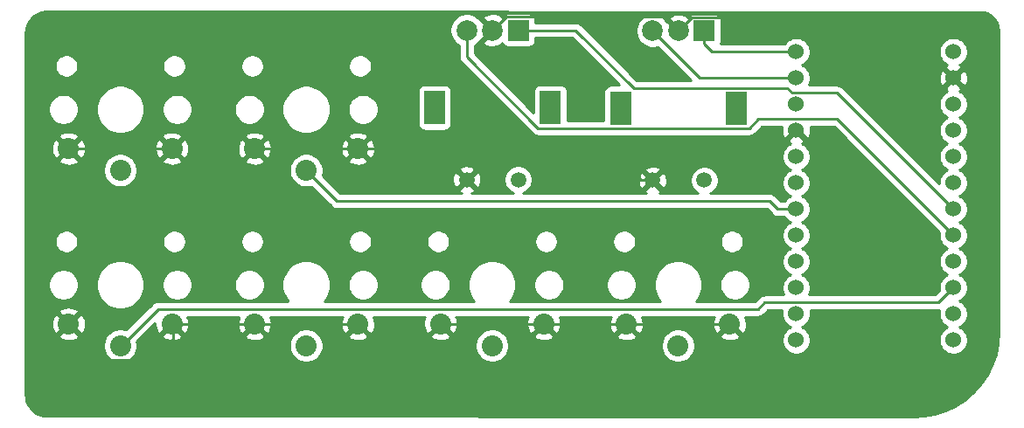
<source format=gbl>
G04 #@! TF.GenerationSoftware,KiCad,Pcbnew,(5.1.10-1-10_14)*
G04 #@! TF.CreationDate,2021-10-28T16:09:57+08:00*
G04 #@! TF.ProjectId,macro3,6d616372-6f33-42e6-9b69-6361645f7063,0.1*
G04 #@! TF.SameCoordinates,Original*
G04 #@! TF.FileFunction,Copper,L2,Bot*
G04 #@! TF.FilePolarity,Positive*
%FSLAX46Y46*%
G04 Gerber Fmt 4.6, Leading zero omitted, Abs format (unit mm)*
G04 Created by KiCad (PCBNEW (5.1.10-1-10_14)) date 2021-10-28 16:09:57*
%MOMM*%
%LPD*%
G01*
G04 APERTURE LIST*
G04 #@! TA.AperFunction,ComponentPad*
%ADD10C,1.500000*%
G04 #@! TD*
G04 #@! TA.AperFunction,ComponentPad*
%ADD11R,2.000000X3.200000*%
G04 #@! TD*
G04 #@! TA.AperFunction,ComponentPad*
%ADD12C,2.000000*%
G04 #@! TD*
G04 #@! TA.AperFunction,ComponentPad*
%ADD13R,2.000000X2.000000*%
G04 #@! TD*
G04 #@! TA.AperFunction,ComponentPad*
%ADD14C,2.032000*%
G04 #@! TD*
G04 #@! TA.AperFunction,ComponentPad*
%ADD15C,1.524000*%
G04 #@! TD*
G04 #@! TA.AperFunction,Conductor*
%ADD16C,0.250000*%
G04 #@! TD*
G04 #@! TA.AperFunction,Conductor*
%ADD17C,0.254000*%
G04 #@! TD*
G04 #@! TA.AperFunction,Conductor*
%ADD18C,0.100000*%
G04 #@! TD*
G04 APERTURE END LIST*
D10*
X72000000Y-77300000D03*
X77000000Y-77300000D03*
D11*
X68900000Y-70300000D03*
X80100000Y-70300000D03*
D12*
X72000000Y-62800000D03*
X74500000Y-62800000D03*
D13*
X77000000Y-62800000D03*
D14*
X43460000Y-91280000D03*
X33460000Y-91280000D03*
X38460000Y-93380000D03*
X43460000Y-74280000D03*
X33460000Y-74280000D03*
X38460000Y-76380000D03*
D15*
X119118600Y-64892000D03*
X119118600Y-67432000D03*
X119118600Y-69972000D03*
X119118600Y-72512000D03*
X119118600Y-75052000D03*
X119118600Y-77592000D03*
X119118600Y-80132000D03*
X119118600Y-82672000D03*
X119118600Y-85212000D03*
X119118600Y-87752000D03*
X119118600Y-90292000D03*
X119118600Y-92832000D03*
X103898600Y-92832000D03*
X103898600Y-90292000D03*
X103898600Y-87752000D03*
X103898600Y-85212000D03*
X103898600Y-82672000D03*
X103898600Y-80132000D03*
X103898600Y-77592000D03*
X103898600Y-75052000D03*
X103898600Y-72512000D03*
X103898600Y-69972000D03*
X103898600Y-67432000D03*
X103898600Y-64892000D03*
D13*
X95000000Y-62860000D03*
D12*
X92500000Y-62860000D03*
X90000000Y-62860000D03*
D11*
X98100000Y-70360000D03*
X86900000Y-70360000D03*
D10*
X95000000Y-77360000D03*
X90000000Y-77360000D03*
D14*
X56460000Y-76380000D03*
X51460000Y-74280000D03*
X61460000Y-74280000D03*
X92460000Y-93380000D03*
X87460000Y-91280000D03*
X97460000Y-91280000D03*
X74460000Y-93380000D03*
X69460000Y-91280000D03*
X79460000Y-91280000D03*
X56460000Y-93380000D03*
X51460000Y-91280000D03*
X61460000Y-91280000D03*
D16*
X61460000Y-74280000D02*
X51460000Y-74280000D01*
X52896840Y-91280000D02*
X61460000Y-91280000D01*
X51460000Y-91280000D02*
X52896840Y-91280000D01*
X69460000Y-91280000D02*
X79460000Y-91280000D01*
X80896840Y-91280000D02*
X87460000Y-91280000D01*
X79460000Y-91280000D02*
X80896840Y-91280000D01*
X97460000Y-91280000D02*
X87460000Y-91280000D01*
X89920000Y-77360000D02*
X88859340Y-77360000D01*
X85789340Y-74290000D02*
X81030000Y-74290000D01*
X88859340Y-77360000D02*
X85789340Y-74290000D01*
X81030000Y-74290000D02*
X79460000Y-74280000D01*
X103330000Y-97150000D02*
X108260000Y-97150000D01*
X97460000Y-91280000D02*
X103330000Y-97150000D01*
X90749999Y-76610001D02*
X90000000Y-77360000D01*
X94086001Y-73273999D02*
X90749999Y-76610001D01*
X103136601Y-73273999D02*
X94086001Y-73273999D01*
X103898600Y-72512000D02*
X103136601Y-73273999D01*
X93825001Y-61534999D02*
X113221599Y-61534999D01*
X113221599Y-61534999D02*
X119118600Y-67432000D01*
X92500000Y-62860000D02*
X93825001Y-61534999D01*
X44575999Y-73264001D02*
X43560000Y-74280000D01*
X50444001Y-73264001D02*
X44575999Y-73264001D01*
X51460000Y-74280000D02*
X50444001Y-73264001D01*
X42123160Y-74280000D02*
X33560000Y-74280000D01*
X43560000Y-74280000D02*
X42123160Y-74280000D01*
X50023160Y-91280000D02*
X43560000Y-91280000D01*
X51460000Y-91280000D02*
X50023160Y-91280000D01*
X34575999Y-90264001D02*
X33560000Y-91280000D01*
X34575999Y-75295999D02*
X34575999Y-90264001D01*
X33560000Y-74280000D02*
X34575999Y-75295999D01*
X41555839Y-94721001D02*
X37001001Y-94721001D01*
X34575999Y-92295999D02*
X33560000Y-91280000D01*
X43560000Y-92716840D02*
X41555839Y-94721001D01*
X37001001Y-94721001D02*
X34575999Y-92295999D01*
X43560000Y-91280000D02*
X43560000Y-92716840D01*
X77780000Y-74280000D02*
X75020000Y-74280000D01*
X79460000Y-74280000D02*
X77780000Y-74280000D01*
X75020000Y-74280000D02*
X72000000Y-77300000D01*
X68980000Y-74280000D02*
X61460000Y-74280000D01*
X72000000Y-77300000D02*
X68980000Y-74280000D01*
X97900000Y-91300000D02*
X98000000Y-91400000D01*
X75825001Y-61474999D02*
X75499999Y-61800001D01*
X91114999Y-61474999D02*
X75825001Y-61474999D01*
X75499999Y-61800001D02*
X74500000Y-62800000D01*
X92500000Y-62860000D02*
X91114999Y-61474999D01*
X59450000Y-79370000D02*
X56460000Y-76380000D01*
X103898600Y-80132000D02*
X102112000Y-80132000D01*
X102112000Y-80132000D02*
X101350000Y-79370000D01*
X101350000Y-79370000D02*
X59450000Y-79370000D01*
X107871599Y-68884999D02*
X118356601Y-79370001D01*
X103484999Y-68884999D02*
X107871599Y-68884999D01*
X118356601Y-79370001D02*
X119118600Y-80132000D01*
X103034999Y-68434999D02*
X103484999Y-68884999D01*
X88160000Y-68434999D02*
X103034999Y-68434999D01*
X82525001Y-62800000D02*
X88160000Y-68434999D01*
X77000000Y-62800000D02*
X82525001Y-62800000D01*
X78899999Y-72285001D02*
X72000000Y-65385002D01*
X99360001Y-72285001D02*
X78899999Y-72285001D01*
X100220003Y-71424999D02*
X99360001Y-72285001D01*
X107871599Y-71424999D02*
X100220003Y-71424999D01*
X72000000Y-64214213D02*
X72000000Y-62800000D01*
X72000000Y-65385002D02*
X72000000Y-64214213D01*
X119118600Y-82672000D02*
X107871599Y-71424999D01*
X42126009Y-89813991D02*
X100227847Y-89813991D01*
X38560000Y-93380000D02*
X42126009Y-89813991D01*
X117665601Y-89204999D02*
X118356601Y-88513999D01*
X118356601Y-88513999D02*
X119118600Y-87752000D01*
X100836839Y-89204999D02*
X117665601Y-89204999D01*
X100227847Y-89813991D02*
X100836839Y-89204999D01*
X95000000Y-64110000D02*
X95000000Y-62860000D01*
X103898600Y-64892000D02*
X95762000Y-64892000D01*
X95000000Y-64130000D02*
X95000000Y-62860000D01*
X95762000Y-64892000D02*
X95000000Y-64130000D01*
X94572000Y-67432000D02*
X103898600Y-67432000D01*
X90000000Y-62860000D02*
X94572000Y-67432000D01*
D17*
X121600113Y-61029984D02*
X121609671Y-61030867D01*
X122026175Y-61066412D01*
X122360951Y-61162899D01*
X122670605Y-61322571D01*
X122943351Y-61539351D01*
X123168796Y-61804979D01*
X123338355Y-62109337D01*
X123445566Y-62440833D01*
X123490007Y-62817879D01*
X123499992Y-92046567D01*
X123426592Y-93151648D01*
X123212324Y-94214302D01*
X122859399Y-95239268D01*
X122374010Y-96208569D01*
X121764700Y-97105143D01*
X121042154Y-97913266D01*
X120219078Y-98618729D01*
X119309931Y-99209135D01*
X118330684Y-99674116D01*
X117298542Y-100005501D01*
X116227968Y-100198128D01*
X115300439Y-100249985D01*
X31508227Y-100182631D01*
X31059147Y-100171941D01*
X30680717Y-100087604D01*
X30325874Y-99931369D01*
X30008135Y-99709187D01*
X29739600Y-99429518D01*
X29530505Y-99103022D01*
X29388806Y-98742124D01*
X29316266Y-98340429D01*
X29309997Y-98185561D01*
X29308991Y-93217391D01*
X36809000Y-93217391D01*
X36809000Y-93542609D01*
X36872447Y-93861579D01*
X36996903Y-94162042D01*
X37177585Y-94432451D01*
X37407549Y-94662415D01*
X37677958Y-94843097D01*
X37978421Y-94967553D01*
X38297391Y-95031000D01*
X38622609Y-95031000D01*
X38941579Y-94967553D01*
X39242042Y-94843097D01*
X39512451Y-94662415D01*
X39742415Y-94432451D01*
X39923097Y-94162042D01*
X40047553Y-93861579D01*
X40111000Y-93542609D01*
X40111000Y-93217391D01*
X54809000Y-93217391D01*
X54809000Y-93542609D01*
X54872447Y-93861579D01*
X54996903Y-94162042D01*
X55177585Y-94432451D01*
X55407549Y-94662415D01*
X55677958Y-94843097D01*
X55978421Y-94967553D01*
X56297391Y-95031000D01*
X56622609Y-95031000D01*
X56941579Y-94967553D01*
X57242042Y-94843097D01*
X57512451Y-94662415D01*
X57742415Y-94432451D01*
X57923097Y-94162042D01*
X58047553Y-93861579D01*
X58111000Y-93542609D01*
X58111000Y-93217391D01*
X72809000Y-93217391D01*
X72809000Y-93542609D01*
X72872447Y-93861579D01*
X72996903Y-94162042D01*
X73177585Y-94432451D01*
X73407549Y-94662415D01*
X73677958Y-94843097D01*
X73978421Y-94967553D01*
X74297391Y-95031000D01*
X74622609Y-95031000D01*
X74941579Y-94967553D01*
X75242042Y-94843097D01*
X75512451Y-94662415D01*
X75742415Y-94432451D01*
X75923097Y-94162042D01*
X76047553Y-93861579D01*
X76111000Y-93542609D01*
X76111000Y-93217391D01*
X90809000Y-93217391D01*
X90809000Y-93542609D01*
X90872447Y-93861579D01*
X90996903Y-94162042D01*
X91177585Y-94432451D01*
X91407549Y-94662415D01*
X91677958Y-94843097D01*
X91978421Y-94967553D01*
X92297391Y-95031000D01*
X92622609Y-95031000D01*
X92941579Y-94967553D01*
X93242042Y-94843097D01*
X93512451Y-94662415D01*
X93742415Y-94432451D01*
X93923097Y-94162042D01*
X94047553Y-93861579D01*
X94111000Y-93542609D01*
X94111000Y-93217391D01*
X94047553Y-92898421D01*
X93923097Y-92597958D01*
X93808748Y-92426823D01*
X96492782Y-92426823D01*
X96590478Y-92692860D01*
X96882821Y-92835348D01*
X97197344Y-92918064D01*
X97521962Y-92937831D01*
X97844198Y-92893888D01*
X98151670Y-92787924D01*
X98329522Y-92692860D01*
X98427218Y-92426823D01*
X97460000Y-91459605D01*
X96492782Y-92426823D01*
X93808748Y-92426823D01*
X93742415Y-92327549D01*
X93512451Y-92097585D01*
X93242042Y-91916903D01*
X92941579Y-91792447D01*
X92622609Y-91729000D01*
X92297391Y-91729000D01*
X91978421Y-91792447D01*
X91677958Y-91916903D01*
X91407549Y-92097585D01*
X91177585Y-92327549D01*
X90996903Y-92597958D01*
X90872447Y-92898421D01*
X90809000Y-93217391D01*
X76111000Y-93217391D01*
X76047553Y-92898421D01*
X75923097Y-92597958D01*
X75808748Y-92426823D01*
X78492782Y-92426823D01*
X78590478Y-92692860D01*
X78882821Y-92835348D01*
X79197344Y-92918064D01*
X79521962Y-92937831D01*
X79844198Y-92893888D01*
X80151670Y-92787924D01*
X80329522Y-92692860D01*
X80427218Y-92426823D01*
X86492782Y-92426823D01*
X86590478Y-92692860D01*
X86882821Y-92835348D01*
X87197344Y-92918064D01*
X87521962Y-92937831D01*
X87844198Y-92893888D01*
X88151670Y-92787924D01*
X88329522Y-92692860D01*
X88427218Y-92426823D01*
X87460000Y-91459605D01*
X86492782Y-92426823D01*
X80427218Y-92426823D01*
X79460000Y-91459605D01*
X78492782Y-92426823D01*
X75808748Y-92426823D01*
X75742415Y-92327549D01*
X75512451Y-92097585D01*
X75242042Y-91916903D01*
X74941579Y-91792447D01*
X74622609Y-91729000D01*
X74297391Y-91729000D01*
X73978421Y-91792447D01*
X73677958Y-91916903D01*
X73407549Y-92097585D01*
X73177585Y-92327549D01*
X72996903Y-92597958D01*
X72872447Y-92898421D01*
X72809000Y-93217391D01*
X58111000Y-93217391D01*
X58047553Y-92898421D01*
X57923097Y-92597958D01*
X57808748Y-92426823D01*
X60492782Y-92426823D01*
X60590478Y-92692860D01*
X60882821Y-92835348D01*
X61197344Y-92918064D01*
X61521962Y-92937831D01*
X61844198Y-92893888D01*
X62151670Y-92787924D01*
X62329522Y-92692860D01*
X62427218Y-92426823D01*
X68492782Y-92426823D01*
X68590478Y-92692860D01*
X68882821Y-92835348D01*
X69197344Y-92918064D01*
X69521962Y-92937831D01*
X69844198Y-92893888D01*
X70151670Y-92787924D01*
X70329522Y-92692860D01*
X70427218Y-92426823D01*
X69460000Y-91459605D01*
X68492782Y-92426823D01*
X62427218Y-92426823D01*
X61460000Y-91459605D01*
X60492782Y-92426823D01*
X57808748Y-92426823D01*
X57742415Y-92327549D01*
X57512451Y-92097585D01*
X57242042Y-91916903D01*
X56941579Y-91792447D01*
X56622609Y-91729000D01*
X56297391Y-91729000D01*
X55978421Y-91792447D01*
X55677958Y-91916903D01*
X55407549Y-92097585D01*
X55177585Y-92327549D01*
X54996903Y-92597958D01*
X54872447Y-92898421D01*
X54809000Y-93217391D01*
X40111000Y-93217391D01*
X40058972Y-92955829D01*
X40587978Y-92426823D01*
X42492782Y-92426823D01*
X42590478Y-92692860D01*
X42882821Y-92835348D01*
X43197344Y-92918064D01*
X43521962Y-92937831D01*
X43844198Y-92893888D01*
X44151670Y-92787924D01*
X44329522Y-92692860D01*
X44427218Y-92426823D01*
X50492782Y-92426823D01*
X50590478Y-92692860D01*
X50882821Y-92835348D01*
X51197344Y-92918064D01*
X51521962Y-92937831D01*
X51844198Y-92893888D01*
X52151670Y-92787924D01*
X52329522Y-92692860D01*
X52427218Y-92426823D01*
X51460000Y-91459605D01*
X50492782Y-92426823D01*
X44427218Y-92426823D01*
X43460000Y-91459605D01*
X42492782Y-92426823D01*
X40587978Y-92426823D01*
X41810555Y-91204247D01*
X41802169Y-91341962D01*
X41846112Y-91664198D01*
X41952076Y-91971670D01*
X42047140Y-92149522D01*
X42313177Y-92247218D01*
X43280395Y-91280000D01*
X43266253Y-91265858D01*
X43445858Y-91086253D01*
X43460000Y-91100395D01*
X43474143Y-91086253D01*
X43653748Y-91265858D01*
X43639605Y-91280000D01*
X44606823Y-92247218D01*
X44872860Y-92149522D01*
X45015348Y-91857179D01*
X45098064Y-91542656D01*
X45117831Y-91218038D01*
X45073888Y-90895802D01*
X44967924Y-90588330D01*
X44960260Y-90573991D01*
X49967444Y-90573991D01*
X49904652Y-90702821D01*
X49821936Y-91017344D01*
X49802169Y-91341962D01*
X49846112Y-91664198D01*
X49952076Y-91971670D01*
X50047140Y-92149522D01*
X50313177Y-92247218D01*
X51280395Y-91280000D01*
X51266253Y-91265858D01*
X51445858Y-91086253D01*
X51460000Y-91100395D01*
X51474143Y-91086253D01*
X51653748Y-91265858D01*
X51639605Y-91280000D01*
X52606823Y-92247218D01*
X52872860Y-92149522D01*
X53015348Y-91857179D01*
X53098064Y-91542656D01*
X53117831Y-91218038D01*
X53073888Y-90895802D01*
X52967924Y-90588330D01*
X52960260Y-90573991D01*
X59967444Y-90573991D01*
X59904652Y-90702821D01*
X59821936Y-91017344D01*
X59802169Y-91341962D01*
X59846112Y-91664198D01*
X59952076Y-91971670D01*
X60047140Y-92149522D01*
X60313177Y-92247218D01*
X61280395Y-91280000D01*
X61266253Y-91265858D01*
X61445858Y-91086253D01*
X61460000Y-91100395D01*
X61474143Y-91086253D01*
X61653748Y-91265858D01*
X61639605Y-91280000D01*
X62606823Y-92247218D01*
X62872860Y-92149522D01*
X63015348Y-91857179D01*
X63098064Y-91542656D01*
X63117831Y-91218038D01*
X63073888Y-90895802D01*
X62967924Y-90588330D01*
X62960260Y-90573991D01*
X67967444Y-90573991D01*
X67904652Y-90702821D01*
X67821936Y-91017344D01*
X67802169Y-91341962D01*
X67846112Y-91664198D01*
X67952076Y-91971670D01*
X68047140Y-92149522D01*
X68313177Y-92247218D01*
X69280395Y-91280000D01*
X69266253Y-91265858D01*
X69445858Y-91086253D01*
X69460000Y-91100395D01*
X69474143Y-91086253D01*
X69653748Y-91265858D01*
X69639605Y-91280000D01*
X70606823Y-92247218D01*
X70872860Y-92149522D01*
X71015348Y-91857179D01*
X71098064Y-91542656D01*
X71117831Y-91218038D01*
X71073888Y-90895802D01*
X70967924Y-90588330D01*
X70960260Y-90573991D01*
X77967444Y-90573991D01*
X77904652Y-90702821D01*
X77821936Y-91017344D01*
X77802169Y-91341962D01*
X77846112Y-91664198D01*
X77952076Y-91971670D01*
X78047140Y-92149522D01*
X78313177Y-92247218D01*
X79280395Y-91280000D01*
X79266253Y-91265858D01*
X79445858Y-91086253D01*
X79460000Y-91100395D01*
X79474143Y-91086253D01*
X79653748Y-91265858D01*
X79639605Y-91280000D01*
X80606823Y-92247218D01*
X80872860Y-92149522D01*
X81015348Y-91857179D01*
X81098064Y-91542656D01*
X81117831Y-91218038D01*
X81073888Y-90895802D01*
X80967924Y-90588330D01*
X80960260Y-90573991D01*
X85967444Y-90573991D01*
X85904652Y-90702821D01*
X85821936Y-91017344D01*
X85802169Y-91341962D01*
X85846112Y-91664198D01*
X85952076Y-91971670D01*
X86047140Y-92149522D01*
X86313177Y-92247218D01*
X87280395Y-91280000D01*
X87266253Y-91265858D01*
X87445858Y-91086253D01*
X87460000Y-91100395D01*
X87474143Y-91086253D01*
X87653748Y-91265858D01*
X87639605Y-91280000D01*
X88606823Y-92247218D01*
X88872860Y-92149522D01*
X89015348Y-91857179D01*
X89098064Y-91542656D01*
X89117831Y-91218038D01*
X89073888Y-90895802D01*
X88967924Y-90588330D01*
X88960260Y-90573991D01*
X95967444Y-90573991D01*
X95904652Y-90702821D01*
X95821936Y-91017344D01*
X95802169Y-91341962D01*
X95846112Y-91664198D01*
X95952076Y-91971670D01*
X96047140Y-92149522D01*
X96313177Y-92247218D01*
X97280395Y-91280000D01*
X97266253Y-91265858D01*
X97445858Y-91086253D01*
X97460000Y-91100395D01*
X97474143Y-91086253D01*
X97653748Y-91265858D01*
X97639605Y-91280000D01*
X98606823Y-92247218D01*
X98872860Y-92149522D01*
X99015348Y-91857179D01*
X99098064Y-91542656D01*
X99117831Y-91218038D01*
X99073888Y-90895802D01*
X98967924Y-90588330D01*
X98960260Y-90573991D01*
X100190525Y-90573991D01*
X100227847Y-90577667D01*
X100265169Y-90573991D01*
X100265180Y-90573991D01*
X100376833Y-90562994D01*
X100520094Y-90519537D01*
X100652123Y-90448965D01*
X100767848Y-90353992D01*
X100791650Y-90324989D01*
X101151641Y-89964999D01*
X102539276Y-89964999D01*
X102501600Y-90154408D01*
X102501600Y-90429592D01*
X102555286Y-90699490D01*
X102660595Y-90953727D01*
X102813480Y-91182535D01*
X103008065Y-91377120D01*
X103236873Y-91530005D01*
X103314115Y-91562000D01*
X103236873Y-91593995D01*
X103008065Y-91746880D01*
X102813480Y-91941465D01*
X102660595Y-92170273D01*
X102555286Y-92424510D01*
X102501600Y-92694408D01*
X102501600Y-92969592D01*
X102555286Y-93239490D01*
X102660595Y-93493727D01*
X102813480Y-93722535D01*
X103008065Y-93917120D01*
X103236873Y-94070005D01*
X103491110Y-94175314D01*
X103761008Y-94229000D01*
X104036192Y-94229000D01*
X104306090Y-94175314D01*
X104560327Y-94070005D01*
X104789135Y-93917120D01*
X104983720Y-93722535D01*
X105136605Y-93493727D01*
X105241914Y-93239490D01*
X105295600Y-92969592D01*
X105295600Y-92694408D01*
X105241914Y-92424510D01*
X105136605Y-92170273D01*
X104983720Y-91941465D01*
X104789135Y-91746880D01*
X104560327Y-91593995D01*
X104483085Y-91562000D01*
X104560327Y-91530005D01*
X104789135Y-91377120D01*
X104983720Y-91182535D01*
X105136605Y-90953727D01*
X105241914Y-90699490D01*
X105295600Y-90429592D01*
X105295600Y-90154408D01*
X105257924Y-89964999D01*
X117628279Y-89964999D01*
X117665601Y-89968675D01*
X117702923Y-89964999D01*
X117702934Y-89964999D01*
X117760402Y-89959339D01*
X117721600Y-90154408D01*
X117721600Y-90429592D01*
X117775286Y-90699490D01*
X117880595Y-90953727D01*
X118033480Y-91182535D01*
X118228065Y-91377120D01*
X118456873Y-91530005D01*
X118534115Y-91562000D01*
X118456873Y-91593995D01*
X118228065Y-91746880D01*
X118033480Y-91941465D01*
X117880595Y-92170273D01*
X117775286Y-92424510D01*
X117721600Y-92694408D01*
X117721600Y-92969592D01*
X117775286Y-93239490D01*
X117880595Y-93493727D01*
X118033480Y-93722535D01*
X118228065Y-93917120D01*
X118456873Y-94070005D01*
X118711110Y-94175314D01*
X118981008Y-94229000D01*
X119256192Y-94229000D01*
X119526090Y-94175314D01*
X119780327Y-94070005D01*
X120009135Y-93917120D01*
X120203720Y-93722535D01*
X120356605Y-93493727D01*
X120461914Y-93239490D01*
X120515600Y-92969592D01*
X120515600Y-92694408D01*
X120461914Y-92424510D01*
X120356605Y-92170273D01*
X120203720Y-91941465D01*
X120009135Y-91746880D01*
X119780327Y-91593995D01*
X119703085Y-91562000D01*
X119780327Y-91530005D01*
X120009135Y-91377120D01*
X120203720Y-91182535D01*
X120356605Y-90953727D01*
X120461914Y-90699490D01*
X120515600Y-90429592D01*
X120515600Y-90154408D01*
X120461914Y-89884510D01*
X120356605Y-89630273D01*
X120203720Y-89401465D01*
X120009135Y-89206880D01*
X119780327Y-89053995D01*
X119703085Y-89022000D01*
X119780327Y-88990005D01*
X120009135Y-88837120D01*
X120203720Y-88642535D01*
X120356605Y-88413727D01*
X120461914Y-88159490D01*
X120515600Y-87889592D01*
X120515600Y-87614408D01*
X120461914Y-87344510D01*
X120356605Y-87090273D01*
X120203720Y-86861465D01*
X120009135Y-86666880D01*
X119780327Y-86513995D01*
X119703085Y-86482000D01*
X119780327Y-86450005D01*
X120009135Y-86297120D01*
X120203720Y-86102535D01*
X120356605Y-85873727D01*
X120461914Y-85619490D01*
X120515600Y-85349592D01*
X120515600Y-85074408D01*
X120461914Y-84804510D01*
X120356605Y-84550273D01*
X120203720Y-84321465D01*
X120009135Y-84126880D01*
X119780327Y-83973995D01*
X119703085Y-83942000D01*
X119780327Y-83910005D01*
X120009135Y-83757120D01*
X120203720Y-83562535D01*
X120356605Y-83333727D01*
X120461914Y-83079490D01*
X120515600Y-82809592D01*
X120515600Y-82534408D01*
X120461914Y-82264510D01*
X120356605Y-82010273D01*
X120203720Y-81781465D01*
X120009135Y-81586880D01*
X119780327Y-81433995D01*
X119703085Y-81402000D01*
X119780327Y-81370005D01*
X120009135Y-81217120D01*
X120203720Y-81022535D01*
X120356605Y-80793727D01*
X120461914Y-80539490D01*
X120515600Y-80269592D01*
X120515600Y-79994408D01*
X120461914Y-79724510D01*
X120356605Y-79470273D01*
X120203720Y-79241465D01*
X120009135Y-79046880D01*
X119780327Y-78893995D01*
X119703085Y-78862000D01*
X119780327Y-78830005D01*
X120009135Y-78677120D01*
X120203720Y-78482535D01*
X120356605Y-78253727D01*
X120461914Y-77999490D01*
X120515600Y-77729592D01*
X120515600Y-77454408D01*
X120461914Y-77184510D01*
X120356605Y-76930273D01*
X120203720Y-76701465D01*
X120009135Y-76506880D01*
X119780327Y-76353995D01*
X119703085Y-76322000D01*
X119780327Y-76290005D01*
X120009135Y-76137120D01*
X120203720Y-75942535D01*
X120356605Y-75713727D01*
X120461914Y-75459490D01*
X120515600Y-75189592D01*
X120515600Y-74914408D01*
X120461914Y-74644510D01*
X120356605Y-74390273D01*
X120203720Y-74161465D01*
X120009135Y-73966880D01*
X119780327Y-73813995D01*
X119703085Y-73782000D01*
X119780327Y-73750005D01*
X120009135Y-73597120D01*
X120203720Y-73402535D01*
X120356605Y-73173727D01*
X120461914Y-72919490D01*
X120515600Y-72649592D01*
X120515600Y-72374408D01*
X120461914Y-72104510D01*
X120356605Y-71850273D01*
X120203720Y-71621465D01*
X120009135Y-71426880D01*
X119780327Y-71273995D01*
X119703085Y-71242000D01*
X119780327Y-71210005D01*
X120009135Y-71057120D01*
X120203720Y-70862535D01*
X120356605Y-70633727D01*
X120461914Y-70379490D01*
X120515600Y-70109592D01*
X120515600Y-69834408D01*
X120461914Y-69564510D01*
X120356605Y-69310273D01*
X120203720Y-69081465D01*
X120009135Y-68886880D01*
X119780327Y-68733995D01*
X119708657Y-68704308D01*
X119721623Y-68699636D01*
X119837580Y-68637656D01*
X119904560Y-68397565D01*
X119118600Y-67611605D01*
X118332640Y-68397565D01*
X118399620Y-68637656D01*
X118535360Y-68701485D01*
X118456873Y-68733995D01*
X118228065Y-68886880D01*
X118033480Y-69081465D01*
X117880595Y-69310273D01*
X117775286Y-69564510D01*
X117721600Y-69834408D01*
X117721600Y-70109592D01*
X117775286Y-70379490D01*
X117880595Y-70633727D01*
X118033480Y-70862535D01*
X118228065Y-71057120D01*
X118456873Y-71210005D01*
X118534115Y-71242000D01*
X118456873Y-71273995D01*
X118228065Y-71426880D01*
X118033480Y-71621465D01*
X117880595Y-71850273D01*
X117775286Y-72104510D01*
X117721600Y-72374408D01*
X117721600Y-72649592D01*
X117775286Y-72919490D01*
X117880595Y-73173727D01*
X118033480Y-73402535D01*
X118228065Y-73597120D01*
X118456873Y-73750005D01*
X118534115Y-73782000D01*
X118456873Y-73813995D01*
X118228065Y-73966880D01*
X118033480Y-74161465D01*
X117880595Y-74390273D01*
X117775286Y-74644510D01*
X117721600Y-74914408D01*
X117721600Y-75189592D01*
X117775286Y-75459490D01*
X117880595Y-75713727D01*
X118033480Y-75942535D01*
X118228065Y-76137120D01*
X118456873Y-76290005D01*
X118534115Y-76322000D01*
X118456873Y-76353995D01*
X118228065Y-76506880D01*
X118033480Y-76701465D01*
X117880595Y-76930273D01*
X117775286Y-77184510D01*
X117721600Y-77454408D01*
X117721600Y-77660198D01*
X108435403Y-68374002D01*
X108411600Y-68344998D01*
X108295875Y-68250025D01*
X108163846Y-68179453D01*
X108020585Y-68135996D01*
X107908932Y-68124999D01*
X107908921Y-68124999D01*
X107871599Y-68121323D01*
X107834277Y-68124999D01*
X105115710Y-68124999D01*
X105136605Y-68093727D01*
X105241914Y-67839490D01*
X105295600Y-67569592D01*
X105295600Y-67504017D01*
X117716690Y-67504017D01*
X117757678Y-67776133D01*
X117850964Y-68035023D01*
X117912944Y-68150980D01*
X118153035Y-68217960D01*
X118938995Y-67432000D01*
X119298205Y-67432000D01*
X120084165Y-68217960D01*
X120324256Y-68150980D01*
X120441356Y-67901952D01*
X120507623Y-67634865D01*
X120520510Y-67359983D01*
X120479522Y-67087867D01*
X120386236Y-66828977D01*
X120324256Y-66713020D01*
X120084165Y-66646040D01*
X119298205Y-67432000D01*
X118938995Y-67432000D01*
X118153035Y-66646040D01*
X117912944Y-66713020D01*
X117795844Y-66962048D01*
X117729577Y-67229135D01*
X117716690Y-67504017D01*
X105295600Y-67504017D01*
X105295600Y-67294408D01*
X105241914Y-67024510D01*
X105136605Y-66770273D01*
X104983720Y-66541465D01*
X104789135Y-66346880D01*
X104560327Y-66193995D01*
X104483085Y-66162000D01*
X104560327Y-66130005D01*
X104789135Y-65977120D01*
X104983720Y-65782535D01*
X105136605Y-65553727D01*
X105241914Y-65299490D01*
X105295600Y-65029592D01*
X105295600Y-64754408D01*
X117721600Y-64754408D01*
X117721600Y-65029592D01*
X117775286Y-65299490D01*
X117880595Y-65553727D01*
X118033480Y-65782535D01*
X118228065Y-65977120D01*
X118456873Y-66130005D01*
X118528543Y-66159692D01*
X118515577Y-66164364D01*
X118399620Y-66226344D01*
X118332640Y-66466435D01*
X119118600Y-67252395D01*
X119904560Y-66466435D01*
X119837580Y-66226344D01*
X119701840Y-66162515D01*
X119780327Y-66130005D01*
X120009135Y-65977120D01*
X120203720Y-65782535D01*
X120356605Y-65553727D01*
X120461914Y-65299490D01*
X120515600Y-65029592D01*
X120515600Y-64754408D01*
X120461914Y-64484510D01*
X120356605Y-64230273D01*
X120203720Y-64001465D01*
X120009135Y-63806880D01*
X119780327Y-63653995D01*
X119526090Y-63548686D01*
X119256192Y-63495000D01*
X118981008Y-63495000D01*
X118711110Y-63548686D01*
X118456873Y-63653995D01*
X118228065Y-63806880D01*
X118033480Y-64001465D01*
X117880595Y-64230273D01*
X117775286Y-64484510D01*
X117721600Y-64754408D01*
X105295600Y-64754408D01*
X105241914Y-64484510D01*
X105136605Y-64230273D01*
X104983720Y-64001465D01*
X104789135Y-63806880D01*
X104560327Y-63653995D01*
X104306090Y-63548686D01*
X104036192Y-63495000D01*
X103761008Y-63495000D01*
X103491110Y-63548686D01*
X103236873Y-63653995D01*
X103008065Y-63806880D01*
X102813480Y-64001465D01*
X102726259Y-64132000D01*
X96574632Y-64132000D01*
X96589502Y-64104180D01*
X96625812Y-63984482D01*
X96638072Y-63860000D01*
X96638072Y-61860000D01*
X96625812Y-61735518D01*
X96589502Y-61615820D01*
X96530537Y-61505506D01*
X96451185Y-61408815D01*
X96354494Y-61329463D01*
X96244180Y-61270498D01*
X96124482Y-61234188D01*
X96000000Y-61221928D01*
X94000000Y-61221928D01*
X93875518Y-61234188D01*
X93755820Y-61270498D01*
X93645506Y-61329463D01*
X93548815Y-61408815D01*
X93469463Y-61505506D01*
X93414024Y-61609223D01*
X93360044Y-61460186D01*
X93070429Y-61319296D01*
X92758892Y-61237616D01*
X92437405Y-61218282D01*
X92118325Y-61262039D01*
X91813912Y-61367205D01*
X91639956Y-61460186D01*
X91544192Y-61724587D01*
X92500000Y-62680395D01*
X92514143Y-62666253D01*
X92693748Y-62845858D01*
X92679605Y-62860000D01*
X92693748Y-62874143D01*
X92514143Y-63053748D01*
X92500000Y-63039605D01*
X92485858Y-63053748D01*
X92306253Y-62874143D01*
X92320395Y-62860000D01*
X91364587Y-61904192D01*
X91334925Y-61914935D01*
X91269987Y-61817748D01*
X91042252Y-61590013D01*
X90774463Y-61411082D01*
X90476912Y-61287832D01*
X90161033Y-61225000D01*
X89838967Y-61225000D01*
X89523088Y-61287832D01*
X89225537Y-61411082D01*
X88957748Y-61590013D01*
X88730013Y-61817748D01*
X88551082Y-62085537D01*
X88427832Y-62383088D01*
X88365000Y-62698967D01*
X88365000Y-63021033D01*
X88427832Y-63336912D01*
X88551082Y-63634463D01*
X88730013Y-63902252D01*
X88957748Y-64129987D01*
X89225537Y-64308918D01*
X89523088Y-64432168D01*
X89838967Y-64495000D01*
X90161033Y-64495000D01*
X90476912Y-64432168D01*
X90491376Y-64426177D01*
X93740196Y-67674999D01*
X88474802Y-67674999D01*
X83088805Y-62289003D01*
X83065002Y-62259999D01*
X82949277Y-62165026D01*
X82817248Y-62094454D01*
X82673987Y-62050997D01*
X82562334Y-62040000D01*
X82562323Y-62040000D01*
X82525001Y-62036324D01*
X82487679Y-62040000D01*
X78638072Y-62040000D01*
X78638072Y-61800000D01*
X78625812Y-61675518D01*
X78589502Y-61555820D01*
X78530537Y-61445506D01*
X78451185Y-61348815D01*
X78354494Y-61269463D01*
X78244180Y-61210498D01*
X78124482Y-61174188D01*
X78000000Y-61161928D01*
X76000000Y-61161928D01*
X75875518Y-61174188D01*
X75755820Y-61210498D01*
X75645506Y-61269463D01*
X75548815Y-61348815D01*
X75469463Y-61445506D01*
X75414024Y-61549223D01*
X75360044Y-61400186D01*
X75070429Y-61259296D01*
X74758892Y-61177616D01*
X74437405Y-61158282D01*
X74118325Y-61202039D01*
X73813912Y-61307205D01*
X73639956Y-61400186D01*
X73544192Y-61664587D01*
X74500000Y-62620395D01*
X74514143Y-62606253D01*
X74693748Y-62785858D01*
X74679605Y-62800000D01*
X74693748Y-62814143D01*
X74514143Y-62993748D01*
X74500000Y-62979605D01*
X73544192Y-63935413D01*
X73639956Y-64199814D01*
X73929571Y-64340704D01*
X74241108Y-64422384D01*
X74562595Y-64441718D01*
X74881675Y-64397961D01*
X75186088Y-64292795D01*
X75360044Y-64199814D01*
X75414024Y-64050777D01*
X75469463Y-64154494D01*
X75548815Y-64251185D01*
X75645506Y-64330537D01*
X75755820Y-64389502D01*
X75875518Y-64425812D01*
X76000000Y-64438072D01*
X78000000Y-64438072D01*
X78124482Y-64425812D01*
X78244180Y-64389502D01*
X78354494Y-64330537D01*
X78451185Y-64251185D01*
X78530537Y-64154494D01*
X78589502Y-64044180D01*
X78625812Y-63924482D01*
X78638072Y-63800000D01*
X78638072Y-63560000D01*
X82210200Y-63560000D01*
X86772127Y-68121928D01*
X85900000Y-68121928D01*
X85775518Y-68134188D01*
X85655820Y-68170498D01*
X85545506Y-68229463D01*
X85448815Y-68308815D01*
X85369463Y-68405506D01*
X85310498Y-68515820D01*
X85274188Y-68635518D01*
X85261928Y-68760000D01*
X85261928Y-71525001D01*
X81738072Y-71525001D01*
X81738072Y-68700000D01*
X81725812Y-68575518D01*
X81689502Y-68455820D01*
X81630537Y-68345506D01*
X81551185Y-68248815D01*
X81454494Y-68169463D01*
X81344180Y-68110498D01*
X81224482Y-68074188D01*
X81100000Y-68061928D01*
X79100000Y-68061928D01*
X78975518Y-68074188D01*
X78855820Y-68110498D01*
X78745506Y-68169463D01*
X78648815Y-68248815D01*
X78569463Y-68345506D01*
X78510498Y-68455820D01*
X78474188Y-68575518D01*
X78461928Y-68700000D01*
X78461928Y-70772128D01*
X72760000Y-65070201D01*
X72760000Y-64254909D01*
X72774463Y-64248918D01*
X73042252Y-64069987D01*
X73269987Y-63842252D01*
X73334925Y-63745065D01*
X73364587Y-63755808D01*
X74320395Y-62800000D01*
X73364587Y-61844192D01*
X73334925Y-61854935D01*
X73269987Y-61757748D01*
X73042252Y-61530013D01*
X72774463Y-61351082D01*
X72476912Y-61227832D01*
X72161033Y-61165000D01*
X71838967Y-61165000D01*
X71523088Y-61227832D01*
X71225537Y-61351082D01*
X70957748Y-61530013D01*
X70730013Y-61757748D01*
X70551082Y-62025537D01*
X70427832Y-62323088D01*
X70365000Y-62638967D01*
X70365000Y-62961033D01*
X70427832Y-63276912D01*
X70551082Y-63574463D01*
X70730013Y-63842252D01*
X70957748Y-64069987D01*
X71225537Y-64248918D01*
X71240001Y-64254909D01*
X71240000Y-65347679D01*
X71236324Y-65385002D01*
X71240000Y-65422324D01*
X71240000Y-65422334D01*
X71250997Y-65533987D01*
X71286795Y-65652000D01*
X71294454Y-65677248D01*
X71365026Y-65809278D01*
X71404871Y-65857828D01*
X71459999Y-65925003D01*
X71489003Y-65948806D01*
X78336200Y-72796004D01*
X78359998Y-72825002D01*
X78475723Y-72919975D01*
X78607752Y-72990547D01*
X78751013Y-73034004D01*
X78862666Y-73045001D01*
X78862675Y-73045001D01*
X78899998Y-73048677D01*
X78937321Y-73045001D01*
X99322679Y-73045001D01*
X99360001Y-73048677D01*
X99397323Y-73045001D01*
X99397334Y-73045001D01*
X99508987Y-73034004D01*
X99652248Y-72990547D01*
X99784277Y-72919975D01*
X99900002Y-72825002D01*
X99923804Y-72795999D01*
X100534805Y-72184999D01*
X102540376Y-72184999D01*
X102509577Y-72309135D01*
X102496690Y-72584017D01*
X102537678Y-72856133D01*
X102630964Y-73115023D01*
X102692944Y-73230980D01*
X102933035Y-73297960D01*
X103718995Y-72512000D01*
X103704853Y-72497858D01*
X103884458Y-72318253D01*
X103898600Y-72332395D01*
X103912743Y-72318253D01*
X104092348Y-72497858D01*
X104078205Y-72512000D01*
X104864165Y-73297960D01*
X105104256Y-73230980D01*
X105221356Y-72981952D01*
X105287623Y-72714865D01*
X105300510Y-72439983D01*
X105262103Y-72184999D01*
X107556798Y-72184999D01*
X117752228Y-82380430D01*
X117721600Y-82534408D01*
X117721600Y-82809592D01*
X117775286Y-83079490D01*
X117880595Y-83333727D01*
X118033480Y-83562535D01*
X118228065Y-83757120D01*
X118456873Y-83910005D01*
X118534115Y-83942000D01*
X118456873Y-83973995D01*
X118228065Y-84126880D01*
X118033480Y-84321465D01*
X117880595Y-84550273D01*
X117775286Y-84804510D01*
X117721600Y-85074408D01*
X117721600Y-85349592D01*
X117775286Y-85619490D01*
X117880595Y-85873727D01*
X118033480Y-86102535D01*
X118228065Y-86297120D01*
X118456873Y-86450005D01*
X118534115Y-86482000D01*
X118456873Y-86513995D01*
X118228065Y-86666880D01*
X118033480Y-86861465D01*
X117880595Y-87090273D01*
X117775286Y-87344510D01*
X117721600Y-87614408D01*
X117721600Y-87889592D01*
X117752228Y-88043570D01*
X117350800Y-88444999D01*
X105115710Y-88444999D01*
X105136605Y-88413727D01*
X105241914Y-88159490D01*
X105295600Y-87889592D01*
X105295600Y-87614408D01*
X105241914Y-87344510D01*
X105136605Y-87090273D01*
X104983720Y-86861465D01*
X104789135Y-86666880D01*
X104560327Y-86513995D01*
X104483085Y-86482000D01*
X104560327Y-86450005D01*
X104789135Y-86297120D01*
X104983720Y-86102535D01*
X105136605Y-85873727D01*
X105241914Y-85619490D01*
X105295600Y-85349592D01*
X105295600Y-85074408D01*
X105241914Y-84804510D01*
X105136605Y-84550273D01*
X104983720Y-84321465D01*
X104789135Y-84126880D01*
X104560327Y-83973995D01*
X104483085Y-83942000D01*
X104560327Y-83910005D01*
X104789135Y-83757120D01*
X104983720Y-83562535D01*
X105136605Y-83333727D01*
X105241914Y-83079490D01*
X105295600Y-82809592D01*
X105295600Y-82534408D01*
X105241914Y-82264510D01*
X105136605Y-82010273D01*
X104983720Y-81781465D01*
X104789135Y-81586880D01*
X104560327Y-81433995D01*
X104483085Y-81402000D01*
X104560327Y-81370005D01*
X104789135Y-81217120D01*
X104983720Y-81022535D01*
X105136605Y-80793727D01*
X105241914Y-80539490D01*
X105295600Y-80269592D01*
X105295600Y-79994408D01*
X105241914Y-79724510D01*
X105136605Y-79470273D01*
X104983720Y-79241465D01*
X104789135Y-79046880D01*
X104560327Y-78893995D01*
X104483085Y-78862000D01*
X104560327Y-78830005D01*
X104789135Y-78677120D01*
X104983720Y-78482535D01*
X105136605Y-78253727D01*
X105241914Y-77999490D01*
X105295600Y-77729592D01*
X105295600Y-77454408D01*
X105241914Y-77184510D01*
X105136605Y-76930273D01*
X104983720Y-76701465D01*
X104789135Y-76506880D01*
X104560327Y-76353995D01*
X104483085Y-76322000D01*
X104560327Y-76290005D01*
X104789135Y-76137120D01*
X104983720Y-75942535D01*
X105136605Y-75713727D01*
X105241914Y-75459490D01*
X105295600Y-75189592D01*
X105295600Y-74914408D01*
X105241914Y-74644510D01*
X105136605Y-74390273D01*
X104983720Y-74161465D01*
X104789135Y-73966880D01*
X104560327Y-73813995D01*
X104488657Y-73784308D01*
X104501623Y-73779636D01*
X104617580Y-73717656D01*
X104684560Y-73477565D01*
X103898600Y-72691605D01*
X103112640Y-73477565D01*
X103179620Y-73717656D01*
X103315360Y-73781485D01*
X103236873Y-73813995D01*
X103008065Y-73966880D01*
X102813480Y-74161465D01*
X102660595Y-74390273D01*
X102555286Y-74644510D01*
X102501600Y-74914408D01*
X102501600Y-75189592D01*
X102555286Y-75459490D01*
X102660595Y-75713727D01*
X102813480Y-75942535D01*
X103008065Y-76137120D01*
X103236873Y-76290005D01*
X103314115Y-76322000D01*
X103236873Y-76353995D01*
X103008065Y-76506880D01*
X102813480Y-76701465D01*
X102660595Y-76930273D01*
X102555286Y-77184510D01*
X102501600Y-77454408D01*
X102501600Y-77729592D01*
X102555286Y-77999490D01*
X102660595Y-78253727D01*
X102813480Y-78482535D01*
X103008065Y-78677120D01*
X103236873Y-78830005D01*
X103314115Y-78862000D01*
X103236873Y-78893995D01*
X103008065Y-79046880D01*
X102813480Y-79241465D01*
X102726259Y-79372000D01*
X102426802Y-79372000D01*
X101913803Y-78859002D01*
X101890001Y-78829999D01*
X101774276Y-78735026D01*
X101642247Y-78664454D01*
X101498986Y-78620997D01*
X101387333Y-78610000D01*
X101387322Y-78610000D01*
X101350000Y-78606324D01*
X101312678Y-78610000D01*
X95601412Y-78610000D01*
X95656043Y-78587371D01*
X95882886Y-78435799D01*
X96075799Y-78242886D01*
X96227371Y-78016043D01*
X96331775Y-77763989D01*
X96385000Y-77496411D01*
X96385000Y-77223589D01*
X96331775Y-76956011D01*
X96227371Y-76703957D01*
X96075799Y-76477114D01*
X95882886Y-76284201D01*
X95656043Y-76132629D01*
X95403989Y-76028225D01*
X95136411Y-75975000D01*
X94863589Y-75975000D01*
X94596011Y-76028225D01*
X94343957Y-76132629D01*
X94117114Y-76284201D01*
X93924201Y-76477114D01*
X93772629Y-76703957D01*
X93668225Y-76956011D01*
X93615000Y-77223589D01*
X93615000Y-77496411D01*
X93668225Y-77763989D01*
X93772629Y-78016043D01*
X93924201Y-78242886D01*
X94117114Y-78435799D01*
X94343957Y-78587371D01*
X94398588Y-78610000D01*
X90610575Y-78610000D01*
X90711863Y-78555860D01*
X90777388Y-78316993D01*
X90000000Y-77539605D01*
X89222612Y-78316993D01*
X89288137Y-78555860D01*
X89403508Y-78610000D01*
X77456559Y-78610000D01*
X77656043Y-78527371D01*
X77882886Y-78375799D01*
X78075799Y-78182886D01*
X78227371Y-77956043D01*
X78331775Y-77703989D01*
X78385000Y-77436411D01*
X78385000Y-77432492D01*
X88610188Y-77432492D01*
X88651035Y-77702238D01*
X88743723Y-77958832D01*
X88804140Y-78071863D01*
X89043007Y-78137388D01*
X89820395Y-77360000D01*
X90179605Y-77360000D01*
X90956993Y-78137388D01*
X91195860Y-78071863D01*
X91311760Y-77824884D01*
X91377250Y-77560040D01*
X91389812Y-77287508D01*
X91348965Y-77017762D01*
X91256277Y-76761168D01*
X91195860Y-76648137D01*
X90956993Y-76582612D01*
X90179605Y-77360000D01*
X89820395Y-77360000D01*
X89043007Y-76582612D01*
X88804140Y-76648137D01*
X88688240Y-76895116D01*
X88622750Y-77159960D01*
X88610188Y-77432492D01*
X78385000Y-77432492D01*
X78385000Y-77163589D01*
X78331775Y-76896011D01*
X78227371Y-76643957D01*
X78075799Y-76417114D01*
X78061692Y-76403007D01*
X89222612Y-76403007D01*
X90000000Y-77180395D01*
X90777388Y-76403007D01*
X90711863Y-76164140D01*
X90464884Y-76048240D01*
X90200040Y-75982750D01*
X89927508Y-75970188D01*
X89657762Y-76011035D01*
X89401168Y-76103723D01*
X89288137Y-76164140D01*
X89222612Y-76403007D01*
X78061692Y-76403007D01*
X77882886Y-76224201D01*
X77656043Y-76072629D01*
X77403989Y-75968225D01*
X77136411Y-75915000D01*
X76863589Y-75915000D01*
X76596011Y-75968225D01*
X76343957Y-76072629D01*
X76117114Y-76224201D01*
X75924201Y-76417114D01*
X75772629Y-76643957D01*
X75668225Y-76896011D01*
X75615000Y-77163589D01*
X75615000Y-77436411D01*
X75668225Y-77703989D01*
X75772629Y-77956043D01*
X75924201Y-78182886D01*
X76117114Y-78375799D01*
X76343957Y-78527371D01*
X76543441Y-78610000D01*
X72450107Y-78610000D01*
X72598832Y-78556277D01*
X72711863Y-78495860D01*
X72777388Y-78256993D01*
X72000000Y-77479605D01*
X71222612Y-78256993D01*
X71288137Y-78495860D01*
X71531365Y-78610000D01*
X59764802Y-78610000D01*
X58527294Y-77372492D01*
X70610188Y-77372492D01*
X70651035Y-77642238D01*
X70743723Y-77898832D01*
X70804140Y-78011863D01*
X71043007Y-78077388D01*
X71820395Y-77300000D01*
X72179605Y-77300000D01*
X72956993Y-78077388D01*
X73195860Y-78011863D01*
X73311760Y-77764884D01*
X73377250Y-77500040D01*
X73389812Y-77227508D01*
X73348965Y-76957762D01*
X73256277Y-76701168D01*
X73195860Y-76588137D01*
X72956993Y-76522612D01*
X72179605Y-77300000D01*
X71820395Y-77300000D01*
X71043007Y-76522612D01*
X70804140Y-76588137D01*
X70688240Y-76835116D01*
X70622750Y-77099960D01*
X70610188Y-77372492D01*
X58527294Y-77372492D01*
X58038423Y-76883621D01*
X58047553Y-76861579D01*
X58111000Y-76542609D01*
X58111000Y-76343007D01*
X71222612Y-76343007D01*
X72000000Y-77120395D01*
X72777388Y-76343007D01*
X72711863Y-76104140D01*
X72464884Y-75988240D01*
X72200040Y-75922750D01*
X71927508Y-75910188D01*
X71657762Y-75951035D01*
X71401168Y-76043723D01*
X71288137Y-76104140D01*
X71222612Y-76343007D01*
X58111000Y-76343007D01*
X58111000Y-76217391D01*
X58047553Y-75898421D01*
X57923097Y-75597958D01*
X57808748Y-75426823D01*
X60492782Y-75426823D01*
X60590478Y-75692860D01*
X60882821Y-75835348D01*
X61197344Y-75918064D01*
X61521962Y-75937831D01*
X61844198Y-75893888D01*
X62151670Y-75787924D01*
X62329522Y-75692860D01*
X62427218Y-75426823D01*
X61460000Y-74459605D01*
X60492782Y-75426823D01*
X57808748Y-75426823D01*
X57742415Y-75327549D01*
X57512451Y-75097585D01*
X57242042Y-74916903D01*
X56941579Y-74792447D01*
X56622609Y-74729000D01*
X56297391Y-74729000D01*
X55978421Y-74792447D01*
X55677958Y-74916903D01*
X55407549Y-75097585D01*
X55177585Y-75327549D01*
X54996903Y-75597958D01*
X54872447Y-75898421D01*
X54809000Y-76217391D01*
X54809000Y-76542609D01*
X54872447Y-76861579D01*
X54996903Y-77162042D01*
X55177585Y-77432451D01*
X55407549Y-77662415D01*
X55677958Y-77843097D01*
X55978421Y-77967553D01*
X56297391Y-78031000D01*
X56622609Y-78031000D01*
X56941579Y-77967553D01*
X56963621Y-77958423D01*
X58886200Y-79881002D01*
X58909999Y-79910001D01*
X58938997Y-79933799D01*
X59025724Y-80004974D01*
X59157753Y-80075546D01*
X59301014Y-80119003D01*
X59450000Y-80133677D01*
X59487333Y-80130000D01*
X101035199Y-80130000D01*
X101548201Y-80643002D01*
X101571999Y-80672001D01*
X101687724Y-80766974D01*
X101819753Y-80837546D01*
X101963014Y-80881003D01*
X102074667Y-80892000D01*
X102074675Y-80892000D01*
X102112000Y-80895676D01*
X102149325Y-80892000D01*
X102726259Y-80892000D01*
X102813480Y-81022535D01*
X103008065Y-81217120D01*
X103236873Y-81370005D01*
X103314115Y-81402000D01*
X103236873Y-81433995D01*
X103008065Y-81586880D01*
X102813480Y-81781465D01*
X102660595Y-82010273D01*
X102555286Y-82264510D01*
X102501600Y-82534408D01*
X102501600Y-82809592D01*
X102555286Y-83079490D01*
X102660595Y-83333727D01*
X102813480Y-83562535D01*
X103008065Y-83757120D01*
X103236873Y-83910005D01*
X103314115Y-83942000D01*
X103236873Y-83973995D01*
X103008065Y-84126880D01*
X102813480Y-84321465D01*
X102660595Y-84550273D01*
X102555286Y-84804510D01*
X102501600Y-85074408D01*
X102501600Y-85349592D01*
X102555286Y-85619490D01*
X102660595Y-85873727D01*
X102813480Y-86102535D01*
X103008065Y-86297120D01*
X103236873Y-86450005D01*
X103314115Y-86482000D01*
X103236873Y-86513995D01*
X103008065Y-86666880D01*
X102813480Y-86861465D01*
X102660595Y-87090273D01*
X102555286Y-87344510D01*
X102501600Y-87614408D01*
X102501600Y-87889592D01*
X102555286Y-88159490D01*
X102660595Y-88413727D01*
X102681490Y-88444999D01*
X100874164Y-88444999D01*
X100836839Y-88441323D01*
X100799514Y-88444999D01*
X100799506Y-88444999D01*
X100687853Y-88455996D01*
X100544592Y-88499453D01*
X100412563Y-88570025D01*
X100296838Y-88664998D01*
X100273039Y-88693997D01*
X99913046Y-89053991D01*
X94208704Y-89053991D01*
X94284976Y-88977719D01*
X94542100Y-88592905D01*
X94719210Y-88165324D01*
X94809500Y-87711406D01*
X94809500Y-87333652D01*
X96474100Y-87333652D01*
X96474100Y-87626348D01*
X96531202Y-87913421D01*
X96643212Y-88183838D01*
X96805826Y-88427206D01*
X97012794Y-88634174D01*
X97256162Y-88796788D01*
X97526579Y-88908798D01*
X97813652Y-88965900D01*
X98106348Y-88965900D01*
X98393421Y-88908798D01*
X98663838Y-88796788D01*
X98907206Y-88634174D01*
X99114174Y-88427206D01*
X99276788Y-88183838D01*
X99388798Y-87913421D01*
X99445900Y-87626348D01*
X99445900Y-87333652D01*
X99388798Y-87046579D01*
X99276788Y-86776162D01*
X99114174Y-86532794D01*
X98907206Y-86325826D01*
X98663838Y-86163212D01*
X98393421Y-86051202D01*
X98106348Y-85994100D01*
X97813652Y-85994100D01*
X97526579Y-86051202D01*
X97256162Y-86163212D01*
X97012794Y-86325826D01*
X96805826Y-86532794D01*
X96643212Y-86776162D01*
X96531202Y-87046579D01*
X96474100Y-87333652D01*
X94809500Y-87333652D01*
X94809500Y-87248594D01*
X94719210Y-86794676D01*
X94542100Y-86367095D01*
X94284976Y-85982281D01*
X93957719Y-85655024D01*
X93572905Y-85397900D01*
X93145324Y-85220790D01*
X92691406Y-85130500D01*
X92228594Y-85130500D01*
X91774676Y-85220790D01*
X91347095Y-85397900D01*
X90962281Y-85655024D01*
X90635024Y-85982281D01*
X90377900Y-86367095D01*
X90200790Y-86794676D01*
X90110500Y-87248594D01*
X90110500Y-87711406D01*
X90200790Y-88165324D01*
X90377900Y-88592905D01*
X90635024Y-88977719D01*
X90711296Y-89053991D01*
X76208704Y-89053991D01*
X76284976Y-88977719D01*
X76542100Y-88592905D01*
X76719210Y-88165324D01*
X76809500Y-87711406D01*
X76809500Y-87333652D01*
X78474100Y-87333652D01*
X78474100Y-87626348D01*
X78531202Y-87913421D01*
X78643212Y-88183838D01*
X78805826Y-88427206D01*
X79012794Y-88634174D01*
X79256162Y-88796788D01*
X79526579Y-88908798D01*
X79813652Y-88965900D01*
X80106348Y-88965900D01*
X80393421Y-88908798D01*
X80663838Y-88796788D01*
X80907206Y-88634174D01*
X81114174Y-88427206D01*
X81276788Y-88183838D01*
X81388798Y-87913421D01*
X81445900Y-87626348D01*
X81445900Y-87333652D01*
X85474100Y-87333652D01*
X85474100Y-87626348D01*
X85531202Y-87913421D01*
X85643212Y-88183838D01*
X85805826Y-88427206D01*
X86012794Y-88634174D01*
X86256162Y-88796788D01*
X86526579Y-88908798D01*
X86813652Y-88965900D01*
X87106348Y-88965900D01*
X87393421Y-88908798D01*
X87663838Y-88796788D01*
X87907206Y-88634174D01*
X88114174Y-88427206D01*
X88276788Y-88183838D01*
X88388798Y-87913421D01*
X88445900Y-87626348D01*
X88445900Y-87333652D01*
X88388798Y-87046579D01*
X88276788Y-86776162D01*
X88114174Y-86532794D01*
X87907206Y-86325826D01*
X87663838Y-86163212D01*
X87393421Y-86051202D01*
X87106348Y-85994100D01*
X86813652Y-85994100D01*
X86526579Y-86051202D01*
X86256162Y-86163212D01*
X86012794Y-86325826D01*
X85805826Y-86532794D01*
X85643212Y-86776162D01*
X85531202Y-87046579D01*
X85474100Y-87333652D01*
X81445900Y-87333652D01*
X81388798Y-87046579D01*
X81276788Y-86776162D01*
X81114174Y-86532794D01*
X80907206Y-86325826D01*
X80663838Y-86163212D01*
X80393421Y-86051202D01*
X80106348Y-85994100D01*
X79813652Y-85994100D01*
X79526579Y-86051202D01*
X79256162Y-86163212D01*
X79012794Y-86325826D01*
X78805826Y-86532794D01*
X78643212Y-86776162D01*
X78531202Y-87046579D01*
X78474100Y-87333652D01*
X76809500Y-87333652D01*
X76809500Y-87248594D01*
X76719210Y-86794676D01*
X76542100Y-86367095D01*
X76284976Y-85982281D01*
X75957719Y-85655024D01*
X75572905Y-85397900D01*
X75145324Y-85220790D01*
X74691406Y-85130500D01*
X74228594Y-85130500D01*
X73774676Y-85220790D01*
X73347095Y-85397900D01*
X72962281Y-85655024D01*
X72635024Y-85982281D01*
X72377900Y-86367095D01*
X72200790Y-86794676D01*
X72110500Y-87248594D01*
X72110500Y-87711406D01*
X72200790Y-88165324D01*
X72377900Y-88592905D01*
X72635024Y-88977719D01*
X72711296Y-89053991D01*
X58208704Y-89053991D01*
X58284976Y-88977719D01*
X58542100Y-88592905D01*
X58719210Y-88165324D01*
X58809500Y-87711406D01*
X58809500Y-87333652D01*
X60474100Y-87333652D01*
X60474100Y-87626348D01*
X60531202Y-87913421D01*
X60643212Y-88183838D01*
X60805826Y-88427206D01*
X61012794Y-88634174D01*
X61256162Y-88796788D01*
X61526579Y-88908798D01*
X61813652Y-88965900D01*
X62106348Y-88965900D01*
X62393421Y-88908798D01*
X62663838Y-88796788D01*
X62907206Y-88634174D01*
X63114174Y-88427206D01*
X63276788Y-88183838D01*
X63388798Y-87913421D01*
X63445900Y-87626348D01*
X63445900Y-87333652D01*
X67474100Y-87333652D01*
X67474100Y-87626348D01*
X67531202Y-87913421D01*
X67643212Y-88183838D01*
X67805826Y-88427206D01*
X68012794Y-88634174D01*
X68256162Y-88796788D01*
X68526579Y-88908798D01*
X68813652Y-88965900D01*
X69106348Y-88965900D01*
X69393421Y-88908798D01*
X69663838Y-88796788D01*
X69907206Y-88634174D01*
X70114174Y-88427206D01*
X70276788Y-88183838D01*
X70388798Y-87913421D01*
X70445900Y-87626348D01*
X70445900Y-87333652D01*
X70388798Y-87046579D01*
X70276788Y-86776162D01*
X70114174Y-86532794D01*
X69907206Y-86325826D01*
X69663838Y-86163212D01*
X69393421Y-86051202D01*
X69106348Y-85994100D01*
X68813652Y-85994100D01*
X68526579Y-86051202D01*
X68256162Y-86163212D01*
X68012794Y-86325826D01*
X67805826Y-86532794D01*
X67643212Y-86776162D01*
X67531202Y-87046579D01*
X67474100Y-87333652D01*
X63445900Y-87333652D01*
X63388798Y-87046579D01*
X63276788Y-86776162D01*
X63114174Y-86532794D01*
X62907206Y-86325826D01*
X62663838Y-86163212D01*
X62393421Y-86051202D01*
X62106348Y-85994100D01*
X61813652Y-85994100D01*
X61526579Y-86051202D01*
X61256162Y-86163212D01*
X61012794Y-86325826D01*
X60805826Y-86532794D01*
X60643212Y-86776162D01*
X60531202Y-87046579D01*
X60474100Y-87333652D01*
X58809500Y-87333652D01*
X58809500Y-87248594D01*
X58719210Y-86794676D01*
X58542100Y-86367095D01*
X58284976Y-85982281D01*
X57957719Y-85655024D01*
X57572905Y-85397900D01*
X57145324Y-85220790D01*
X56691406Y-85130500D01*
X56228594Y-85130500D01*
X55774676Y-85220790D01*
X55347095Y-85397900D01*
X54962281Y-85655024D01*
X54635024Y-85982281D01*
X54377900Y-86367095D01*
X54200790Y-86794676D01*
X54110500Y-87248594D01*
X54110500Y-87711406D01*
X54200790Y-88165324D01*
X54377900Y-88592905D01*
X54635024Y-88977719D01*
X54711296Y-89053991D01*
X42163331Y-89053991D01*
X42126008Y-89050315D01*
X42088685Y-89053991D01*
X42088676Y-89053991D01*
X41977023Y-89064988D01*
X41833762Y-89108445D01*
X41701733Y-89179017D01*
X41586008Y-89273990D01*
X41562210Y-89302988D01*
X39034332Y-91830867D01*
X38941579Y-91792447D01*
X38622609Y-91729000D01*
X38297391Y-91729000D01*
X37978421Y-91792447D01*
X37677958Y-91916903D01*
X37407549Y-92097585D01*
X37177585Y-92327549D01*
X36996903Y-92597958D01*
X36872447Y-92898421D01*
X36809000Y-93217391D01*
X29308991Y-93217391D01*
X29308830Y-92426823D01*
X32492782Y-92426823D01*
X32590478Y-92692860D01*
X32882821Y-92835348D01*
X33197344Y-92918064D01*
X33521962Y-92937831D01*
X33844198Y-92893888D01*
X34151670Y-92787924D01*
X34329522Y-92692860D01*
X34427218Y-92426823D01*
X33460000Y-91459605D01*
X32492782Y-92426823D01*
X29308830Y-92426823D01*
X29308610Y-91341962D01*
X31802169Y-91341962D01*
X31846112Y-91664198D01*
X31952076Y-91971670D01*
X32047140Y-92149522D01*
X32313177Y-92247218D01*
X33280395Y-91280000D01*
X33639605Y-91280000D01*
X34606823Y-92247218D01*
X34872860Y-92149522D01*
X35015348Y-91857179D01*
X35098064Y-91542656D01*
X35117831Y-91218038D01*
X35073888Y-90895802D01*
X34967924Y-90588330D01*
X34872860Y-90410478D01*
X34606823Y-90312782D01*
X33639605Y-91280000D01*
X33280395Y-91280000D01*
X32313177Y-90312782D01*
X32047140Y-90410478D01*
X31904652Y-90702821D01*
X31821936Y-91017344D01*
X31802169Y-91341962D01*
X29308610Y-91341962D01*
X29308365Y-90133177D01*
X32492782Y-90133177D01*
X33460000Y-91100395D01*
X34427218Y-90133177D01*
X34329522Y-89867140D01*
X34037179Y-89724652D01*
X33722656Y-89641936D01*
X33398038Y-89622169D01*
X33075802Y-89666112D01*
X32768330Y-89772076D01*
X32590478Y-89867140D01*
X32492782Y-90133177D01*
X29308365Y-90133177D01*
X29307797Y-87333652D01*
X31474100Y-87333652D01*
X31474100Y-87626348D01*
X31531202Y-87913421D01*
X31643212Y-88183838D01*
X31805826Y-88427206D01*
X32012794Y-88634174D01*
X32256162Y-88796788D01*
X32526579Y-88908798D01*
X32813652Y-88965900D01*
X33106348Y-88965900D01*
X33393421Y-88908798D01*
X33663838Y-88796788D01*
X33907206Y-88634174D01*
X34114174Y-88427206D01*
X34276788Y-88183838D01*
X34388798Y-87913421D01*
X34445900Y-87626348D01*
X34445900Y-87333652D01*
X34428982Y-87248594D01*
X36110500Y-87248594D01*
X36110500Y-87711406D01*
X36200790Y-88165324D01*
X36377900Y-88592905D01*
X36635024Y-88977719D01*
X36962281Y-89304976D01*
X37347095Y-89562100D01*
X37774676Y-89739210D01*
X38228594Y-89829500D01*
X38691406Y-89829500D01*
X39145324Y-89739210D01*
X39572905Y-89562100D01*
X39957719Y-89304976D01*
X40284976Y-88977719D01*
X40542100Y-88592905D01*
X40719210Y-88165324D01*
X40809500Y-87711406D01*
X40809500Y-87333652D01*
X42474100Y-87333652D01*
X42474100Y-87626348D01*
X42531202Y-87913421D01*
X42643212Y-88183838D01*
X42805826Y-88427206D01*
X43012794Y-88634174D01*
X43256162Y-88796788D01*
X43526579Y-88908798D01*
X43813652Y-88965900D01*
X44106348Y-88965900D01*
X44393421Y-88908798D01*
X44663838Y-88796788D01*
X44907206Y-88634174D01*
X45114174Y-88427206D01*
X45276788Y-88183838D01*
X45388798Y-87913421D01*
X45445900Y-87626348D01*
X45445900Y-87333652D01*
X49474100Y-87333652D01*
X49474100Y-87626348D01*
X49531202Y-87913421D01*
X49643212Y-88183838D01*
X49805826Y-88427206D01*
X50012794Y-88634174D01*
X50256162Y-88796788D01*
X50526579Y-88908798D01*
X50813652Y-88965900D01*
X51106348Y-88965900D01*
X51393421Y-88908798D01*
X51663838Y-88796788D01*
X51907206Y-88634174D01*
X52114174Y-88427206D01*
X52276788Y-88183838D01*
X52388798Y-87913421D01*
X52445900Y-87626348D01*
X52445900Y-87333652D01*
X52388798Y-87046579D01*
X52276788Y-86776162D01*
X52114174Y-86532794D01*
X51907206Y-86325826D01*
X51663838Y-86163212D01*
X51393421Y-86051202D01*
X51106348Y-85994100D01*
X50813652Y-85994100D01*
X50526579Y-86051202D01*
X50256162Y-86163212D01*
X50012794Y-86325826D01*
X49805826Y-86532794D01*
X49643212Y-86776162D01*
X49531202Y-87046579D01*
X49474100Y-87333652D01*
X45445900Y-87333652D01*
X45388798Y-87046579D01*
X45276788Y-86776162D01*
X45114174Y-86532794D01*
X44907206Y-86325826D01*
X44663838Y-86163212D01*
X44393421Y-86051202D01*
X44106348Y-85994100D01*
X43813652Y-85994100D01*
X43526579Y-86051202D01*
X43256162Y-86163212D01*
X43012794Y-86325826D01*
X42805826Y-86532794D01*
X42643212Y-86776162D01*
X42531202Y-87046579D01*
X42474100Y-87333652D01*
X40809500Y-87333652D01*
X40809500Y-87248594D01*
X40719210Y-86794676D01*
X40542100Y-86367095D01*
X40284976Y-85982281D01*
X39957719Y-85655024D01*
X39572905Y-85397900D01*
X39145324Y-85220790D01*
X38691406Y-85130500D01*
X38228594Y-85130500D01*
X37774676Y-85220790D01*
X37347095Y-85397900D01*
X36962281Y-85655024D01*
X36635024Y-85982281D01*
X36377900Y-86367095D01*
X36200790Y-86794676D01*
X36110500Y-87248594D01*
X34428982Y-87248594D01*
X34388798Y-87046579D01*
X34276788Y-86776162D01*
X34114174Y-86532794D01*
X33907206Y-86325826D01*
X33663838Y-86163212D01*
X33393421Y-86051202D01*
X33106348Y-85994100D01*
X32813652Y-85994100D01*
X32526579Y-86051202D01*
X32256162Y-86163212D01*
X32012794Y-86325826D01*
X31805826Y-86532794D01*
X31643212Y-86776162D01*
X31531202Y-87046579D01*
X31474100Y-87333652D01*
X29307797Y-87333652D01*
X29306953Y-83168675D01*
X32109700Y-83168675D01*
X32109700Y-83391325D01*
X32153137Y-83609696D01*
X32238341Y-83815398D01*
X32362039Y-84000524D01*
X32519476Y-84157961D01*
X32704602Y-84281659D01*
X32910304Y-84366863D01*
X33128675Y-84410300D01*
X33351325Y-84410300D01*
X33569696Y-84366863D01*
X33775398Y-84281659D01*
X33960524Y-84157961D01*
X34117961Y-84000524D01*
X34241659Y-83815398D01*
X34326863Y-83609696D01*
X34370300Y-83391325D01*
X34370300Y-83168675D01*
X42549700Y-83168675D01*
X42549700Y-83391325D01*
X42593137Y-83609696D01*
X42678341Y-83815398D01*
X42802039Y-84000524D01*
X42959476Y-84157961D01*
X43144602Y-84281659D01*
X43350304Y-84366863D01*
X43568675Y-84410300D01*
X43791325Y-84410300D01*
X44009696Y-84366863D01*
X44215398Y-84281659D01*
X44400524Y-84157961D01*
X44557961Y-84000524D01*
X44681659Y-83815398D01*
X44766863Y-83609696D01*
X44810300Y-83391325D01*
X44810300Y-83168675D01*
X50109700Y-83168675D01*
X50109700Y-83391325D01*
X50153137Y-83609696D01*
X50238341Y-83815398D01*
X50362039Y-84000524D01*
X50519476Y-84157961D01*
X50704602Y-84281659D01*
X50910304Y-84366863D01*
X51128675Y-84410300D01*
X51351325Y-84410300D01*
X51569696Y-84366863D01*
X51775398Y-84281659D01*
X51960524Y-84157961D01*
X52117961Y-84000524D01*
X52241659Y-83815398D01*
X52326863Y-83609696D01*
X52370300Y-83391325D01*
X52370300Y-83168675D01*
X60549700Y-83168675D01*
X60549700Y-83391325D01*
X60593137Y-83609696D01*
X60678341Y-83815398D01*
X60802039Y-84000524D01*
X60959476Y-84157961D01*
X61144602Y-84281659D01*
X61350304Y-84366863D01*
X61568675Y-84410300D01*
X61791325Y-84410300D01*
X62009696Y-84366863D01*
X62215398Y-84281659D01*
X62400524Y-84157961D01*
X62557961Y-84000524D01*
X62681659Y-83815398D01*
X62766863Y-83609696D01*
X62810300Y-83391325D01*
X62810300Y-83168675D01*
X68109700Y-83168675D01*
X68109700Y-83391325D01*
X68153137Y-83609696D01*
X68238341Y-83815398D01*
X68362039Y-84000524D01*
X68519476Y-84157961D01*
X68704602Y-84281659D01*
X68910304Y-84366863D01*
X69128675Y-84410300D01*
X69351325Y-84410300D01*
X69569696Y-84366863D01*
X69775398Y-84281659D01*
X69960524Y-84157961D01*
X70117961Y-84000524D01*
X70241659Y-83815398D01*
X70326863Y-83609696D01*
X70370300Y-83391325D01*
X70370300Y-83168675D01*
X78549700Y-83168675D01*
X78549700Y-83391325D01*
X78593137Y-83609696D01*
X78678341Y-83815398D01*
X78802039Y-84000524D01*
X78959476Y-84157961D01*
X79144602Y-84281659D01*
X79350304Y-84366863D01*
X79568675Y-84410300D01*
X79791325Y-84410300D01*
X80009696Y-84366863D01*
X80215398Y-84281659D01*
X80400524Y-84157961D01*
X80557961Y-84000524D01*
X80681659Y-83815398D01*
X80766863Y-83609696D01*
X80810300Y-83391325D01*
X80810300Y-83168675D01*
X86109700Y-83168675D01*
X86109700Y-83391325D01*
X86153137Y-83609696D01*
X86238341Y-83815398D01*
X86362039Y-84000524D01*
X86519476Y-84157961D01*
X86704602Y-84281659D01*
X86910304Y-84366863D01*
X87128675Y-84410300D01*
X87351325Y-84410300D01*
X87569696Y-84366863D01*
X87775398Y-84281659D01*
X87960524Y-84157961D01*
X88117961Y-84000524D01*
X88241659Y-83815398D01*
X88326863Y-83609696D01*
X88370300Y-83391325D01*
X88370300Y-83168675D01*
X96549700Y-83168675D01*
X96549700Y-83391325D01*
X96593137Y-83609696D01*
X96678341Y-83815398D01*
X96802039Y-84000524D01*
X96959476Y-84157961D01*
X97144602Y-84281659D01*
X97350304Y-84366863D01*
X97568675Y-84410300D01*
X97791325Y-84410300D01*
X98009696Y-84366863D01*
X98215398Y-84281659D01*
X98400524Y-84157961D01*
X98557961Y-84000524D01*
X98681659Y-83815398D01*
X98766863Y-83609696D01*
X98810300Y-83391325D01*
X98810300Y-83168675D01*
X98766863Y-82950304D01*
X98681659Y-82744602D01*
X98557961Y-82559476D01*
X98400524Y-82402039D01*
X98215398Y-82278341D01*
X98009696Y-82193137D01*
X97791325Y-82149700D01*
X97568675Y-82149700D01*
X97350304Y-82193137D01*
X97144602Y-82278341D01*
X96959476Y-82402039D01*
X96802039Y-82559476D01*
X96678341Y-82744602D01*
X96593137Y-82950304D01*
X96549700Y-83168675D01*
X88370300Y-83168675D01*
X88326863Y-82950304D01*
X88241659Y-82744602D01*
X88117961Y-82559476D01*
X87960524Y-82402039D01*
X87775398Y-82278341D01*
X87569696Y-82193137D01*
X87351325Y-82149700D01*
X87128675Y-82149700D01*
X86910304Y-82193137D01*
X86704602Y-82278341D01*
X86519476Y-82402039D01*
X86362039Y-82559476D01*
X86238341Y-82744602D01*
X86153137Y-82950304D01*
X86109700Y-83168675D01*
X80810300Y-83168675D01*
X80766863Y-82950304D01*
X80681659Y-82744602D01*
X80557961Y-82559476D01*
X80400524Y-82402039D01*
X80215398Y-82278341D01*
X80009696Y-82193137D01*
X79791325Y-82149700D01*
X79568675Y-82149700D01*
X79350304Y-82193137D01*
X79144602Y-82278341D01*
X78959476Y-82402039D01*
X78802039Y-82559476D01*
X78678341Y-82744602D01*
X78593137Y-82950304D01*
X78549700Y-83168675D01*
X70370300Y-83168675D01*
X70326863Y-82950304D01*
X70241659Y-82744602D01*
X70117961Y-82559476D01*
X69960524Y-82402039D01*
X69775398Y-82278341D01*
X69569696Y-82193137D01*
X69351325Y-82149700D01*
X69128675Y-82149700D01*
X68910304Y-82193137D01*
X68704602Y-82278341D01*
X68519476Y-82402039D01*
X68362039Y-82559476D01*
X68238341Y-82744602D01*
X68153137Y-82950304D01*
X68109700Y-83168675D01*
X62810300Y-83168675D01*
X62766863Y-82950304D01*
X62681659Y-82744602D01*
X62557961Y-82559476D01*
X62400524Y-82402039D01*
X62215398Y-82278341D01*
X62009696Y-82193137D01*
X61791325Y-82149700D01*
X61568675Y-82149700D01*
X61350304Y-82193137D01*
X61144602Y-82278341D01*
X60959476Y-82402039D01*
X60802039Y-82559476D01*
X60678341Y-82744602D01*
X60593137Y-82950304D01*
X60549700Y-83168675D01*
X52370300Y-83168675D01*
X52326863Y-82950304D01*
X52241659Y-82744602D01*
X52117961Y-82559476D01*
X51960524Y-82402039D01*
X51775398Y-82278341D01*
X51569696Y-82193137D01*
X51351325Y-82149700D01*
X51128675Y-82149700D01*
X50910304Y-82193137D01*
X50704602Y-82278341D01*
X50519476Y-82402039D01*
X50362039Y-82559476D01*
X50238341Y-82744602D01*
X50153137Y-82950304D01*
X50109700Y-83168675D01*
X44810300Y-83168675D01*
X44766863Y-82950304D01*
X44681659Y-82744602D01*
X44557961Y-82559476D01*
X44400524Y-82402039D01*
X44215398Y-82278341D01*
X44009696Y-82193137D01*
X43791325Y-82149700D01*
X43568675Y-82149700D01*
X43350304Y-82193137D01*
X43144602Y-82278341D01*
X42959476Y-82402039D01*
X42802039Y-82559476D01*
X42678341Y-82744602D01*
X42593137Y-82950304D01*
X42549700Y-83168675D01*
X34370300Y-83168675D01*
X34326863Y-82950304D01*
X34241659Y-82744602D01*
X34117961Y-82559476D01*
X33960524Y-82402039D01*
X33775398Y-82278341D01*
X33569696Y-82193137D01*
X33351325Y-82149700D01*
X33128675Y-82149700D01*
X32910304Y-82193137D01*
X32704602Y-82278341D01*
X32519476Y-82402039D01*
X32362039Y-82559476D01*
X32238341Y-82744602D01*
X32153137Y-82950304D01*
X32109700Y-83168675D01*
X29306953Y-83168675D01*
X29305545Y-76217391D01*
X36809000Y-76217391D01*
X36809000Y-76542609D01*
X36872447Y-76861579D01*
X36996903Y-77162042D01*
X37177585Y-77432451D01*
X37407549Y-77662415D01*
X37677958Y-77843097D01*
X37978421Y-77967553D01*
X38297391Y-78031000D01*
X38622609Y-78031000D01*
X38941579Y-77967553D01*
X39242042Y-77843097D01*
X39512451Y-77662415D01*
X39742415Y-77432451D01*
X39923097Y-77162042D01*
X40047553Y-76861579D01*
X40111000Y-76542609D01*
X40111000Y-76217391D01*
X40047553Y-75898421D01*
X39923097Y-75597958D01*
X39808748Y-75426823D01*
X42492782Y-75426823D01*
X42590478Y-75692860D01*
X42882821Y-75835348D01*
X43197344Y-75918064D01*
X43521962Y-75937831D01*
X43844198Y-75893888D01*
X44151670Y-75787924D01*
X44329522Y-75692860D01*
X44427218Y-75426823D01*
X50492782Y-75426823D01*
X50590478Y-75692860D01*
X50882821Y-75835348D01*
X51197344Y-75918064D01*
X51521962Y-75937831D01*
X51844198Y-75893888D01*
X52151670Y-75787924D01*
X52329522Y-75692860D01*
X52427218Y-75426823D01*
X51460000Y-74459605D01*
X50492782Y-75426823D01*
X44427218Y-75426823D01*
X43460000Y-74459605D01*
X42492782Y-75426823D01*
X39808748Y-75426823D01*
X39742415Y-75327549D01*
X39512451Y-75097585D01*
X39242042Y-74916903D01*
X38941579Y-74792447D01*
X38622609Y-74729000D01*
X38297391Y-74729000D01*
X37978421Y-74792447D01*
X37677958Y-74916903D01*
X37407549Y-75097585D01*
X37177585Y-75327549D01*
X36996903Y-75597958D01*
X36872447Y-75898421D01*
X36809000Y-76217391D01*
X29305545Y-76217391D01*
X29305384Y-75426823D01*
X32492782Y-75426823D01*
X32590478Y-75692860D01*
X32882821Y-75835348D01*
X33197344Y-75918064D01*
X33521962Y-75937831D01*
X33844198Y-75893888D01*
X34151670Y-75787924D01*
X34329522Y-75692860D01*
X34427218Y-75426823D01*
X33460000Y-74459605D01*
X32492782Y-75426823D01*
X29305384Y-75426823D01*
X29305163Y-74341962D01*
X31802169Y-74341962D01*
X31846112Y-74664198D01*
X31952076Y-74971670D01*
X32047140Y-75149522D01*
X32313177Y-75247218D01*
X33280395Y-74280000D01*
X33639605Y-74280000D01*
X34606823Y-75247218D01*
X34872860Y-75149522D01*
X35015348Y-74857179D01*
X35098064Y-74542656D01*
X35110284Y-74341962D01*
X41802169Y-74341962D01*
X41846112Y-74664198D01*
X41952076Y-74971670D01*
X42047140Y-75149522D01*
X42313177Y-75247218D01*
X43280395Y-74280000D01*
X43639605Y-74280000D01*
X44606823Y-75247218D01*
X44872860Y-75149522D01*
X45015348Y-74857179D01*
X45098064Y-74542656D01*
X45110284Y-74341962D01*
X49802169Y-74341962D01*
X49846112Y-74664198D01*
X49952076Y-74971670D01*
X50047140Y-75149522D01*
X50313177Y-75247218D01*
X51280395Y-74280000D01*
X51639605Y-74280000D01*
X52606823Y-75247218D01*
X52872860Y-75149522D01*
X53015348Y-74857179D01*
X53098064Y-74542656D01*
X53110284Y-74341962D01*
X59802169Y-74341962D01*
X59846112Y-74664198D01*
X59952076Y-74971670D01*
X60047140Y-75149522D01*
X60313177Y-75247218D01*
X61280395Y-74280000D01*
X61639605Y-74280000D01*
X62606823Y-75247218D01*
X62872860Y-75149522D01*
X63015348Y-74857179D01*
X63098064Y-74542656D01*
X63117831Y-74218038D01*
X63073888Y-73895802D01*
X62967924Y-73588330D01*
X62872860Y-73410478D01*
X62606823Y-73312782D01*
X61639605Y-74280000D01*
X61280395Y-74280000D01*
X60313177Y-73312782D01*
X60047140Y-73410478D01*
X59904652Y-73702821D01*
X59821936Y-74017344D01*
X59802169Y-74341962D01*
X53110284Y-74341962D01*
X53117831Y-74218038D01*
X53073888Y-73895802D01*
X52967924Y-73588330D01*
X52872860Y-73410478D01*
X52606823Y-73312782D01*
X51639605Y-74280000D01*
X51280395Y-74280000D01*
X50313177Y-73312782D01*
X50047140Y-73410478D01*
X49904652Y-73702821D01*
X49821936Y-74017344D01*
X49802169Y-74341962D01*
X45110284Y-74341962D01*
X45117831Y-74218038D01*
X45073888Y-73895802D01*
X44967924Y-73588330D01*
X44872860Y-73410478D01*
X44606823Y-73312782D01*
X43639605Y-74280000D01*
X43280395Y-74280000D01*
X42313177Y-73312782D01*
X42047140Y-73410478D01*
X41904652Y-73702821D01*
X41821936Y-74017344D01*
X41802169Y-74341962D01*
X35110284Y-74341962D01*
X35117831Y-74218038D01*
X35073888Y-73895802D01*
X34967924Y-73588330D01*
X34872860Y-73410478D01*
X34606823Y-73312782D01*
X33639605Y-74280000D01*
X33280395Y-74280000D01*
X32313177Y-73312782D01*
X32047140Y-73410478D01*
X31904652Y-73702821D01*
X31821936Y-74017344D01*
X31802169Y-74341962D01*
X29305163Y-74341962D01*
X29304918Y-73133177D01*
X32492782Y-73133177D01*
X33460000Y-74100395D01*
X34427218Y-73133177D01*
X42492782Y-73133177D01*
X43460000Y-74100395D01*
X44427218Y-73133177D01*
X50492782Y-73133177D01*
X51460000Y-74100395D01*
X52427218Y-73133177D01*
X60492782Y-73133177D01*
X61460000Y-74100395D01*
X62427218Y-73133177D01*
X62329522Y-72867140D01*
X62037179Y-72724652D01*
X61722656Y-72641936D01*
X61398038Y-72622169D01*
X61075802Y-72666112D01*
X60768330Y-72772076D01*
X60590478Y-72867140D01*
X60492782Y-73133177D01*
X52427218Y-73133177D01*
X52329522Y-72867140D01*
X52037179Y-72724652D01*
X51722656Y-72641936D01*
X51398038Y-72622169D01*
X51075802Y-72666112D01*
X50768330Y-72772076D01*
X50590478Y-72867140D01*
X50492782Y-73133177D01*
X44427218Y-73133177D01*
X44329522Y-72867140D01*
X44037179Y-72724652D01*
X43722656Y-72641936D01*
X43398038Y-72622169D01*
X43075802Y-72666112D01*
X42768330Y-72772076D01*
X42590478Y-72867140D01*
X42492782Y-73133177D01*
X34427218Y-73133177D01*
X34329522Y-72867140D01*
X34037179Y-72724652D01*
X33722656Y-72641936D01*
X33398038Y-72622169D01*
X33075802Y-72666112D01*
X32768330Y-72772076D01*
X32590478Y-72867140D01*
X32492782Y-73133177D01*
X29304918Y-73133177D01*
X29304350Y-70333652D01*
X31474100Y-70333652D01*
X31474100Y-70626348D01*
X31531202Y-70913421D01*
X31643212Y-71183838D01*
X31805826Y-71427206D01*
X32012794Y-71634174D01*
X32256162Y-71796788D01*
X32526579Y-71908798D01*
X32813652Y-71965900D01*
X33106348Y-71965900D01*
X33393421Y-71908798D01*
X33663838Y-71796788D01*
X33907206Y-71634174D01*
X34114174Y-71427206D01*
X34276788Y-71183838D01*
X34388798Y-70913421D01*
X34445900Y-70626348D01*
X34445900Y-70333652D01*
X34428982Y-70248594D01*
X36110500Y-70248594D01*
X36110500Y-70711406D01*
X36200790Y-71165324D01*
X36377900Y-71592905D01*
X36635024Y-71977719D01*
X36962281Y-72304976D01*
X37347095Y-72562100D01*
X37774676Y-72739210D01*
X38228594Y-72829500D01*
X38691406Y-72829500D01*
X39145324Y-72739210D01*
X39572905Y-72562100D01*
X39957719Y-72304976D01*
X40284976Y-71977719D01*
X40542100Y-71592905D01*
X40719210Y-71165324D01*
X40809500Y-70711406D01*
X40809500Y-70333652D01*
X42474100Y-70333652D01*
X42474100Y-70626348D01*
X42531202Y-70913421D01*
X42643212Y-71183838D01*
X42805826Y-71427206D01*
X43012794Y-71634174D01*
X43256162Y-71796788D01*
X43526579Y-71908798D01*
X43813652Y-71965900D01*
X44106348Y-71965900D01*
X44393421Y-71908798D01*
X44663838Y-71796788D01*
X44907206Y-71634174D01*
X45114174Y-71427206D01*
X45276788Y-71183838D01*
X45388798Y-70913421D01*
X45445900Y-70626348D01*
X45445900Y-70333652D01*
X49474100Y-70333652D01*
X49474100Y-70626348D01*
X49531202Y-70913421D01*
X49643212Y-71183838D01*
X49805826Y-71427206D01*
X50012794Y-71634174D01*
X50256162Y-71796788D01*
X50526579Y-71908798D01*
X50813652Y-71965900D01*
X51106348Y-71965900D01*
X51393421Y-71908798D01*
X51663838Y-71796788D01*
X51907206Y-71634174D01*
X52114174Y-71427206D01*
X52276788Y-71183838D01*
X52388798Y-70913421D01*
X52445900Y-70626348D01*
X52445900Y-70333652D01*
X52428982Y-70248594D01*
X54110500Y-70248594D01*
X54110500Y-70711406D01*
X54200790Y-71165324D01*
X54377900Y-71592905D01*
X54635024Y-71977719D01*
X54962281Y-72304976D01*
X55347095Y-72562100D01*
X55774676Y-72739210D01*
X56228594Y-72829500D01*
X56691406Y-72829500D01*
X57145324Y-72739210D01*
X57572905Y-72562100D01*
X57957719Y-72304976D01*
X58284976Y-71977719D01*
X58542100Y-71592905D01*
X58719210Y-71165324D01*
X58809500Y-70711406D01*
X58809500Y-70333652D01*
X60474100Y-70333652D01*
X60474100Y-70626348D01*
X60531202Y-70913421D01*
X60643212Y-71183838D01*
X60805826Y-71427206D01*
X61012794Y-71634174D01*
X61256162Y-71796788D01*
X61526579Y-71908798D01*
X61813652Y-71965900D01*
X62106348Y-71965900D01*
X62393421Y-71908798D01*
X62663838Y-71796788D01*
X62907206Y-71634174D01*
X63114174Y-71427206D01*
X63276788Y-71183838D01*
X63388798Y-70913421D01*
X63445900Y-70626348D01*
X63445900Y-70333652D01*
X63388798Y-70046579D01*
X63276788Y-69776162D01*
X63114174Y-69532794D01*
X62907206Y-69325826D01*
X62663838Y-69163212D01*
X62393421Y-69051202D01*
X62106348Y-68994100D01*
X61813652Y-68994100D01*
X61526579Y-69051202D01*
X61256162Y-69163212D01*
X61012794Y-69325826D01*
X60805826Y-69532794D01*
X60643212Y-69776162D01*
X60531202Y-70046579D01*
X60474100Y-70333652D01*
X58809500Y-70333652D01*
X58809500Y-70248594D01*
X58719210Y-69794676D01*
X58542100Y-69367095D01*
X58284976Y-68982281D01*
X58002695Y-68700000D01*
X67261928Y-68700000D01*
X67261928Y-71900000D01*
X67274188Y-72024482D01*
X67310498Y-72144180D01*
X67369463Y-72254494D01*
X67448815Y-72351185D01*
X67545506Y-72430537D01*
X67655820Y-72489502D01*
X67775518Y-72525812D01*
X67900000Y-72538072D01*
X69900000Y-72538072D01*
X70024482Y-72525812D01*
X70144180Y-72489502D01*
X70254494Y-72430537D01*
X70351185Y-72351185D01*
X70430537Y-72254494D01*
X70489502Y-72144180D01*
X70525812Y-72024482D01*
X70538072Y-71900000D01*
X70538072Y-68700000D01*
X70525812Y-68575518D01*
X70489502Y-68455820D01*
X70430537Y-68345506D01*
X70351185Y-68248815D01*
X70254494Y-68169463D01*
X70144180Y-68110498D01*
X70024482Y-68074188D01*
X69900000Y-68061928D01*
X67900000Y-68061928D01*
X67775518Y-68074188D01*
X67655820Y-68110498D01*
X67545506Y-68169463D01*
X67448815Y-68248815D01*
X67369463Y-68345506D01*
X67310498Y-68455820D01*
X67274188Y-68575518D01*
X67261928Y-68700000D01*
X58002695Y-68700000D01*
X57957719Y-68655024D01*
X57572905Y-68397900D01*
X57145324Y-68220790D01*
X56691406Y-68130500D01*
X56228594Y-68130500D01*
X55774676Y-68220790D01*
X55347095Y-68397900D01*
X54962281Y-68655024D01*
X54635024Y-68982281D01*
X54377900Y-69367095D01*
X54200790Y-69794676D01*
X54110500Y-70248594D01*
X52428982Y-70248594D01*
X52388798Y-70046579D01*
X52276788Y-69776162D01*
X52114174Y-69532794D01*
X51907206Y-69325826D01*
X51663838Y-69163212D01*
X51393421Y-69051202D01*
X51106348Y-68994100D01*
X50813652Y-68994100D01*
X50526579Y-69051202D01*
X50256162Y-69163212D01*
X50012794Y-69325826D01*
X49805826Y-69532794D01*
X49643212Y-69776162D01*
X49531202Y-70046579D01*
X49474100Y-70333652D01*
X45445900Y-70333652D01*
X45388798Y-70046579D01*
X45276788Y-69776162D01*
X45114174Y-69532794D01*
X44907206Y-69325826D01*
X44663838Y-69163212D01*
X44393421Y-69051202D01*
X44106348Y-68994100D01*
X43813652Y-68994100D01*
X43526579Y-69051202D01*
X43256162Y-69163212D01*
X43012794Y-69325826D01*
X42805826Y-69532794D01*
X42643212Y-69776162D01*
X42531202Y-70046579D01*
X42474100Y-70333652D01*
X40809500Y-70333652D01*
X40809500Y-70248594D01*
X40719210Y-69794676D01*
X40542100Y-69367095D01*
X40284976Y-68982281D01*
X39957719Y-68655024D01*
X39572905Y-68397900D01*
X39145324Y-68220790D01*
X38691406Y-68130500D01*
X38228594Y-68130500D01*
X37774676Y-68220790D01*
X37347095Y-68397900D01*
X36962281Y-68655024D01*
X36635024Y-68982281D01*
X36377900Y-69367095D01*
X36200790Y-69794676D01*
X36110500Y-70248594D01*
X34428982Y-70248594D01*
X34388798Y-70046579D01*
X34276788Y-69776162D01*
X34114174Y-69532794D01*
X33907206Y-69325826D01*
X33663838Y-69163212D01*
X33393421Y-69051202D01*
X33106348Y-68994100D01*
X32813652Y-68994100D01*
X32526579Y-69051202D01*
X32256162Y-69163212D01*
X32012794Y-69325826D01*
X31805826Y-69532794D01*
X31643212Y-69776162D01*
X31531202Y-70046579D01*
X31474100Y-70333652D01*
X29304350Y-70333652D01*
X29303506Y-66168675D01*
X32109700Y-66168675D01*
X32109700Y-66391325D01*
X32153137Y-66609696D01*
X32238341Y-66815398D01*
X32362039Y-67000524D01*
X32519476Y-67157961D01*
X32704602Y-67281659D01*
X32910304Y-67366863D01*
X33128675Y-67410300D01*
X33351325Y-67410300D01*
X33569696Y-67366863D01*
X33775398Y-67281659D01*
X33960524Y-67157961D01*
X34117961Y-67000524D01*
X34241659Y-66815398D01*
X34326863Y-66609696D01*
X34370300Y-66391325D01*
X34370300Y-66168675D01*
X42549700Y-66168675D01*
X42549700Y-66391325D01*
X42593137Y-66609696D01*
X42678341Y-66815398D01*
X42802039Y-67000524D01*
X42959476Y-67157961D01*
X43144602Y-67281659D01*
X43350304Y-67366863D01*
X43568675Y-67410300D01*
X43791325Y-67410300D01*
X44009696Y-67366863D01*
X44215398Y-67281659D01*
X44400524Y-67157961D01*
X44557961Y-67000524D01*
X44681659Y-66815398D01*
X44766863Y-66609696D01*
X44810300Y-66391325D01*
X44810300Y-66168675D01*
X50109700Y-66168675D01*
X50109700Y-66391325D01*
X50153137Y-66609696D01*
X50238341Y-66815398D01*
X50362039Y-67000524D01*
X50519476Y-67157961D01*
X50704602Y-67281659D01*
X50910304Y-67366863D01*
X51128675Y-67410300D01*
X51351325Y-67410300D01*
X51569696Y-67366863D01*
X51775398Y-67281659D01*
X51960524Y-67157961D01*
X52117961Y-67000524D01*
X52241659Y-66815398D01*
X52326863Y-66609696D01*
X52370300Y-66391325D01*
X52370300Y-66168675D01*
X60549700Y-66168675D01*
X60549700Y-66391325D01*
X60593137Y-66609696D01*
X60678341Y-66815398D01*
X60802039Y-67000524D01*
X60959476Y-67157961D01*
X61144602Y-67281659D01*
X61350304Y-67366863D01*
X61568675Y-67410300D01*
X61791325Y-67410300D01*
X62009696Y-67366863D01*
X62215398Y-67281659D01*
X62400524Y-67157961D01*
X62557961Y-67000524D01*
X62681659Y-66815398D01*
X62766863Y-66609696D01*
X62810300Y-66391325D01*
X62810300Y-66168675D01*
X62766863Y-65950304D01*
X62681659Y-65744602D01*
X62557961Y-65559476D01*
X62400524Y-65402039D01*
X62215398Y-65278341D01*
X62009696Y-65193137D01*
X61791325Y-65149700D01*
X61568675Y-65149700D01*
X61350304Y-65193137D01*
X61144602Y-65278341D01*
X60959476Y-65402039D01*
X60802039Y-65559476D01*
X60678341Y-65744602D01*
X60593137Y-65950304D01*
X60549700Y-66168675D01*
X52370300Y-66168675D01*
X52326863Y-65950304D01*
X52241659Y-65744602D01*
X52117961Y-65559476D01*
X51960524Y-65402039D01*
X51775398Y-65278341D01*
X51569696Y-65193137D01*
X51351325Y-65149700D01*
X51128675Y-65149700D01*
X50910304Y-65193137D01*
X50704602Y-65278341D01*
X50519476Y-65402039D01*
X50362039Y-65559476D01*
X50238341Y-65744602D01*
X50153137Y-65950304D01*
X50109700Y-66168675D01*
X44810300Y-66168675D01*
X44766863Y-65950304D01*
X44681659Y-65744602D01*
X44557961Y-65559476D01*
X44400524Y-65402039D01*
X44215398Y-65278341D01*
X44009696Y-65193137D01*
X43791325Y-65149700D01*
X43568675Y-65149700D01*
X43350304Y-65193137D01*
X43144602Y-65278341D01*
X42959476Y-65402039D01*
X42802039Y-65559476D01*
X42678341Y-65744602D01*
X42593137Y-65950304D01*
X42549700Y-66168675D01*
X34370300Y-66168675D01*
X34326863Y-65950304D01*
X34241659Y-65744602D01*
X34117961Y-65559476D01*
X33960524Y-65402039D01*
X33775398Y-65278341D01*
X33569696Y-65193137D01*
X33351325Y-65149700D01*
X33128675Y-65149700D01*
X32910304Y-65193137D01*
X32704602Y-65278341D01*
X32519476Y-65402039D01*
X32362039Y-65559476D01*
X32238341Y-65744602D01*
X32153137Y-65950304D01*
X32109700Y-66168675D01*
X29303506Y-66168675D01*
X29302887Y-63121450D01*
X29329355Y-62686234D01*
X29427690Y-62310873D01*
X29597059Y-61961764D01*
X29831012Y-61652200D01*
X30120638Y-61393972D01*
X30454898Y-61196922D01*
X30821073Y-61068547D01*
X31231372Y-61010007D01*
X121600113Y-61029984D01*
G04 #@! TA.AperFunction,Conductor*
D18*
G36*
X121600113Y-61029984D02*
G01*
X121609671Y-61030867D01*
X122026175Y-61066412D01*
X122360951Y-61162899D01*
X122670605Y-61322571D01*
X122943351Y-61539351D01*
X123168796Y-61804979D01*
X123338355Y-62109337D01*
X123445566Y-62440833D01*
X123490007Y-62817879D01*
X123499992Y-92046567D01*
X123426592Y-93151648D01*
X123212324Y-94214302D01*
X122859399Y-95239268D01*
X122374010Y-96208569D01*
X121764700Y-97105143D01*
X121042154Y-97913266D01*
X120219078Y-98618729D01*
X119309931Y-99209135D01*
X118330684Y-99674116D01*
X117298542Y-100005501D01*
X116227968Y-100198128D01*
X115300439Y-100249985D01*
X31508227Y-100182631D01*
X31059147Y-100171941D01*
X30680717Y-100087604D01*
X30325874Y-99931369D01*
X30008135Y-99709187D01*
X29739600Y-99429518D01*
X29530505Y-99103022D01*
X29388806Y-98742124D01*
X29316266Y-98340429D01*
X29309997Y-98185561D01*
X29308991Y-93217391D01*
X36809000Y-93217391D01*
X36809000Y-93542609D01*
X36872447Y-93861579D01*
X36996903Y-94162042D01*
X37177585Y-94432451D01*
X37407549Y-94662415D01*
X37677958Y-94843097D01*
X37978421Y-94967553D01*
X38297391Y-95031000D01*
X38622609Y-95031000D01*
X38941579Y-94967553D01*
X39242042Y-94843097D01*
X39512451Y-94662415D01*
X39742415Y-94432451D01*
X39923097Y-94162042D01*
X40047553Y-93861579D01*
X40111000Y-93542609D01*
X40111000Y-93217391D01*
X54809000Y-93217391D01*
X54809000Y-93542609D01*
X54872447Y-93861579D01*
X54996903Y-94162042D01*
X55177585Y-94432451D01*
X55407549Y-94662415D01*
X55677958Y-94843097D01*
X55978421Y-94967553D01*
X56297391Y-95031000D01*
X56622609Y-95031000D01*
X56941579Y-94967553D01*
X57242042Y-94843097D01*
X57512451Y-94662415D01*
X57742415Y-94432451D01*
X57923097Y-94162042D01*
X58047553Y-93861579D01*
X58111000Y-93542609D01*
X58111000Y-93217391D01*
X72809000Y-93217391D01*
X72809000Y-93542609D01*
X72872447Y-93861579D01*
X72996903Y-94162042D01*
X73177585Y-94432451D01*
X73407549Y-94662415D01*
X73677958Y-94843097D01*
X73978421Y-94967553D01*
X74297391Y-95031000D01*
X74622609Y-95031000D01*
X74941579Y-94967553D01*
X75242042Y-94843097D01*
X75512451Y-94662415D01*
X75742415Y-94432451D01*
X75923097Y-94162042D01*
X76047553Y-93861579D01*
X76111000Y-93542609D01*
X76111000Y-93217391D01*
X90809000Y-93217391D01*
X90809000Y-93542609D01*
X90872447Y-93861579D01*
X90996903Y-94162042D01*
X91177585Y-94432451D01*
X91407549Y-94662415D01*
X91677958Y-94843097D01*
X91978421Y-94967553D01*
X92297391Y-95031000D01*
X92622609Y-95031000D01*
X92941579Y-94967553D01*
X93242042Y-94843097D01*
X93512451Y-94662415D01*
X93742415Y-94432451D01*
X93923097Y-94162042D01*
X94047553Y-93861579D01*
X94111000Y-93542609D01*
X94111000Y-93217391D01*
X94047553Y-92898421D01*
X93923097Y-92597958D01*
X93808748Y-92426823D01*
X96492782Y-92426823D01*
X96590478Y-92692860D01*
X96882821Y-92835348D01*
X97197344Y-92918064D01*
X97521962Y-92937831D01*
X97844198Y-92893888D01*
X98151670Y-92787924D01*
X98329522Y-92692860D01*
X98427218Y-92426823D01*
X97460000Y-91459605D01*
X96492782Y-92426823D01*
X93808748Y-92426823D01*
X93742415Y-92327549D01*
X93512451Y-92097585D01*
X93242042Y-91916903D01*
X92941579Y-91792447D01*
X92622609Y-91729000D01*
X92297391Y-91729000D01*
X91978421Y-91792447D01*
X91677958Y-91916903D01*
X91407549Y-92097585D01*
X91177585Y-92327549D01*
X90996903Y-92597958D01*
X90872447Y-92898421D01*
X90809000Y-93217391D01*
X76111000Y-93217391D01*
X76047553Y-92898421D01*
X75923097Y-92597958D01*
X75808748Y-92426823D01*
X78492782Y-92426823D01*
X78590478Y-92692860D01*
X78882821Y-92835348D01*
X79197344Y-92918064D01*
X79521962Y-92937831D01*
X79844198Y-92893888D01*
X80151670Y-92787924D01*
X80329522Y-92692860D01*
X80427218Y-92426823D01*
X86492782Y-92426823D01*
X86590478Y-92692860D01*
X86882821Y-92835348D01*
X87197344Y-92918064D01*
X87521962Y-92937831D01*
X87844198Y-92893888D01*
X88151670Y-92787924D01*
X88329522Y-92692860D01*
X88427218Y-92426823D01*
X87460000Y-91459605D01*
X86492782Y-92426823D01*
X80427218Y-92426823D01*
X79460000Y-91459605D01*
X78492782Y-92426823D01*
X75808748Y-92426823D01*
X75742415Y-92327549D01*
X75512451Y-92097585D01*
X75242042Y-91916903D01*
X74941579Y-91792447D01*
X74622609Y-91729000D01*
X74297391Y-91729000D01*
X73978421Y-91792447D01*
X73677958Y-91916903D01*
X73407549Y-92097585D01*
X73177585Y-92327549D01*
X72996903Y-92597958D01*
X72872447Y-92898421D01*
X72809000Y-93217391D01*
X58111000Y-93217391D01*
X58047553Y-92898421D01*
X57923097Y-92597958D01*
X57808748Y-92426823D01*
X60492782Y-92426823D01*
X60590478Y-92692860D01*
X60882821Y-92835348D01*
X61197344Y-92918064D01*
X61521962Y-92937831D01*
X61844198Y-92893888D01*
X62151670Y-92787924D01*
X62329522Y-92692860D01*
X62427218Y-92426823D01*
X68492782Y-92426823D01*
X68590478Y-92692860D01*
X68882821Y-92835348D01*
X69197344Y-92918064D01*
X69521962Y-92937831D01*
X69844198Y-92893888D01*
X70151670Y-92787924D01*
X70329522Y-92692860D01*
X70427218Y-92426823D01*
X69460000Y-91459605D01*
X68492782Y-92426823D01*
X62427218Y-92426823D01*
X61460000Y-91459605D01*
X60492782Y-92426823D01*
X57808748Y-92426823D01*
X57742415Y-92327549D01*
X57512451Y-92097585D01*
X57242042Y-91916903D01*
X56941579Y-91792447D01*
X56622609Y-91729000D01*
X56297391Y-91729000D01*
X55978421Y-91792447D01*
X55677958Y-91916903D01*
X55407549Y-92097585D01*
X55177585Y-92327549D01*
X54996903Y-92597958D01*
X54872447Y-92898421D01*
X54809000Y-93217391D01*
X40111000Y-93217391D01*
X40058972Y-92955829D01*
X40587978Y-92426823D01*
X42492782Y-92426823D01*
X42590478Y-92692860D01*
X42882821Y-92835348D01*
X43197344Y-92918064D01*
X43521962Y-92937831D01*
X43844198Y-92893888D01*
X44151670Y-92787924D01*
X44329522Y-92692860D01*
X44427218Y-92426823D01*
X50492782Y-92426823D01*
X50590478Y-92692860D01*
X50882821Y-92835348D01*
X51197344Y-92918064D01*
X51521962Y-92937831D01*
X51844198Y-92893888D01*
X52151670Y-92787924D01*
X52329522Y-92692860D01*
X52427218Y-92426823D01*
X51460000Y-91459605D01*
X50492782Y-92426823D01*
X44427218Y-92426823D01*
X43460000Y-91459605D01*
X42492782Y-92426823D01*
X40587978Y-92426823D01*
X41810555Y-91204247D01*
X41802169Y-91341962D01*
X41846112Y-91664198D01*
X41952076Y-91971670D01*
X42047140Y-92149522D01*
X42313177Y-92247218D01*
X43280395Y-91280000D01*
X43266253Y-91265858D01*
X43445858Y-91086253D01*
X43460000Y-91100395D01*
X43474143Y-91086253D01*
X43653748Y-91265858D01*
X43639605Y-91280000D01*
X44606823Y-92247218D01*
X44872860Y-92149522D01*
X45015348Y-91857179D01*
X45098064Y-91542656D01*
X45117831Y-91218038D01*
X45073888Y-90895802D01*
X44967924Y-90588330D01*
X44960260Y-90573991D01*
X49967444Y-90573991D01*
X49904652Y-90702821D01*
X49821936Y-91017344D01*
X49802169Y-91341962D01*
X49846112Y-91664198D01*
X49952076Y-91971670D01*
X50047140Y-92149522D01*
X50313177Y-92247218D01*
X51280395Y-91280000D01*
X51266253Y-91265858D01*
X51445858Y-91086253D01*
X51460000Y-91100395D01*
X51474143Y-91086253D01*
X51653748Y-91265858D01*
X51639605Y-91280000D01*
X52606823Y-92247218D01*
X52872860Y-92149522D01*
X53015348Y-91857179D01*
X53098064Y-91542656D01*
X53117831Y-91218038D01*
X53073888Y-90895802D01*
X52967924Y-90588330D01*
X52960260Y-90573991D01*
X59967444Y-90573991D01*
X59904652Y-90702821D01*
X59821936Y-91017344D01*
X59802169Y-91341962D01*
X59846112Y-91664198D01*
X59952076Y-91971670D01*
X60047140Y-92149522D01*
X60313177Y-92247218D01*
X61280395Y-91280000D01*
X61266253Y-91265858D01*
X61445858Y-91086253D01*
X61460000Y-91100395D01*
X61474143Y-91086253D01*
X61653748Y-91265858D01*
X61639605Y-91280000D01*
X62606823Y-92247218D01*
X62872860Y-92149522D01*
X63015348Y-91857179D01*
X63098064Y-91542656D01*
X63117831Y-91218038D01*
X63073888Y-90895802D01*
X62967924Y-90588330D01*
X62960260Y-90573991D01*
X67967444Y-90573991D01*
X67904652Y-90702821D01*
X67821936Y-91017344D01*
X67802169Y-91341962D01*
X67846112Y-91664198D01*
X67952076Y-91971670D01*
X68047140Y-92149522D01*
X68313177Y-92247218D01*
X69280395Y-91280000D01*
X69266253Y-91265858D01*
X69445858Y-91086253D01*
X69460000Y-91100395D01*
X69474143Y-91086253D01*
X69653748Y-91265858D01*
X69639605Y-91280000D01*
X70606823Y-92247218D01*
X70872860Y-92149522D01*
X71015348Y-91857179D01*
X71098064Y-91542656D01*
X71117831Y-91218038D01*
X71073888Y-90895802D01*
X70967924Y-90588330D01*
X70960260Y-90573991D01*
X77967444Y-90573991D01*
X77904652Y-90702821D01*
X77821936Y-91017344D01*
X77802169Y-91341962D01*
X77846112Y-91664198D01*
X77952076Y-91971670D01*
X78047140Y-92149522D01*
X78313177Y-92247218D01*
X79280395Y-91280000D01*
X79266253Y-91265858D01*
X79445858Y-91086253D01*
X79460000Y-91100395D01*
X79474143Y-91086253D01*
X79653748Y-91265858D01*
X79639605Y-91280000D01*
X80606823Y-92247218D01*
X80872860Y-92149522D01*
X81015348Y-91857179D01*
X81098064Y-91542656D01*
X81117831Y-91218038D01*
X81073888Y-90895802D01*
X80967924Y-90588330D01*
X80960260Y-90573991D01*
X85967444Y-90573991D01*
X85904652Y-90702821D01*
X85821936Y-91017344D01*
X85802169Y-91341962D01*
X85846112Y-91664198D01*
X85952076Y-91971670D01*
X86047140Y-92149522D01*
X86313177Y-92247218D01*
X87280395Y-91280000D01*
X87266253Y-91265858D01*
X87445858Y-91086253D01*
X87460000Y-91100395D01*
X87474143Y-91086253D01*
X87653748Y-91265858D01*
X87639605Y-91280000D01*
X88606823Y-92247218D01*
X88872860Y-92149522D01*
X89015348Y-91857179D01*
X89098064Y-91542656D01*
X89117831Y-91218038D01*
X89073888Y-90895802D01*
X88967924Y-90588330D01*
X88960260Y-90573991D01*
X95967444Y-90573991D01*
X95904652Y-90702821D01*
X95821936Y-91017344D01*
X95802169Y-91341962D01*
X95846112Y-91664198D01*
X95952076Y-91971670D01*
X96047140Y-92149522D01*
X96313177Y-92247218D01*
X97280395Y-91280000D01*
X97266253Y-91265858D01*
X97445858Y-91086253D01*
X97460000Y-91100395D01*
X97474143Y-91086253D01*
X97653748Y-91265858D01*
X97639605Y-91280000D01*
X98606823Y-92247218D01*
X98872860Y-92149522D01*
X99015348Y-91857179D01*
X99098064Y-91542656D01*
X99117831Y-91218038D01*
X99073888Y-90895802D01*
X98967924Y-90588330D01*
X98960260Y-90573991D01*
X100190525Y-90573991D01*
X100227847Y-90577667D01*
X100265169Y-90573991D01*
X100265180Y-90573991D01*
X100376833Y-90562994D01*
X100520094Y-90519537D01*
X100652123Y-90448965D01*
X100767848Y-90353992D01*
X100791650Y-90324989D01*
X101151641Y-89964999D01*
X102539276Y-89964999D01*
X102501600Y-90154408D01*
X102501600Y-90429592D01*
X102555286Y-90699490D01*
X102660595Y-90953727D01*
X102813480Y-91182535D01*
X103008065Y-91377120D01*
X103236873Y-91530005D01*
X103314115Y-91562000D01*
X103236873Y-91593995D01*
X103008065Y-91746880D01*
X102813480Y-91941465D01*
X102660595Y-92170273D01*
X102555286Y-92424510D01*
X102501600Y-92694408D01*
X102501600Y-92969592D01*
X102555286Y-93239490D01*
X102660595Y-93493727D01*
X102813480Y-93722535D01*
X103008065Y-93917120D01*
X103236873Y-94070005D01*
X103491110Y-94175314D01*
X103761008Y-94229000D01*
X104036192Y-94229000D01*
X104306090Y-94175314D01*
X104560327Y-94070005D01*
X104789135Y-93917120D01*
X104983720Y-93722535D01*
X105136605Y-93493727D01*
X105241914Y-93239490D01*
X105295600Y-92969592D01*
X105295600Y-92694408D01*
X105241914Y-92424510D01*
X105136605Y-92170273D01*
X104983720Y-91941465D01*
X104789135Y-91746880D01*
X104560327Y-91593995D01*
X104483085Y-91562000D01*
X104560327Y-91530005D01*
X104789135Y-91377120D01*
X104983720Y-91182535D01*
X105136605Y-90953727D01*
X105241914Y-90699490D01*
X105295600Y-90429592D01*
X105295600Y-90154408D01*
X105257924Y-89964999D01*
X117628279Y-89964999D01*
X117665601Y-89968675D01*
X117702923Y-89964999D01*
X117702934Y-89964999D01*
X117760402Y-89959339D01*
X117721600Y-90154408D01*
X117721600Y-90429592D01*
X117775286Y-90699490D01*
X117880595Y-90953727D01*
X118033480Y-91182535D01*
X118228065Y-91377120D01*
X118456873Y-91530005D01*
X118534115Y-91562000D01*
X118456873Y-91593995D01*
X118228065Y-91746880D01*
X118033480Y-91941465D01*
X117880595Y-92170273D01*
X117775286Y-92424510D01*
X117721600Y-92694408D01*
X117721600Y-92969592D01*
X117775286Y-93239490D01*
X117880595Y-93493727D01*
X118033480Y-93722535D01*
X118228065Y-93917120D01*
X118456873Y-94070005D01*
X118711110Y-94175314D01*
X118981008Y-94229000D01*
X119256192Y-94229000D01*
X119526090Y-94175314D01*
X119780327Y-94070005D01*
X120009135Y-93917120D01*
X120203720Y-93722535D01*
X120356605Y-93493727D01*
X120461914Y-93239490D01*
X120515600Y-92969592D01*
X120515600Y-92694408D01*
X120461914Y-92424510D01*
X120356605Y-92170273D01*
X120203720Y-91941465D01*
X120009135Y-91746880D01*
X119780327Y-91593995D01*
X119703085Y-91562000D01*
X119780327Y-91530005D01*
X120009135Y-91377120D01*
X120203720Y-91182535D01*
X120356605Y-90953727D01*
X120461914Y-90699490D01*
X120515600Y-90429592D01*
X120515600Y-90154408D01*
X120461914Y-89884510D01*
X120356605Y-89630273D01*
X120203720Y-89401465D01*
X120009135Y-89206880D01*
X119780327Y-89053995D01*
X119703085Y-89022000D01*
X119780327Y-88990005D01*
X120009135Y-88837120D01*
X120203720Y-88642535D01*
X120356605Y-88413727D01*
X120461914Y-88159490D01*
X120515600Y-87889592D01*
X120515600Y-87614408D01*
X120461914Y-87344510D01*
X120356605Y-87090273D01*
X120203720Y-86861465D01*
X120009135Y-86666880D01*
X119780327Y-86513995D01*
X119703085Y-86482000D01*
X119780327Y-86450005D01*
X120009135Y-86297120D01*
X120203720Y-86102535D01*
X120356605Y-85873727D01*
X120461914Y-85619490D01*
X120515600Y-85349592D01*
X120515600Y-85074408D01*
X120461914Y-84804510D01*
X120356605Y-84550273D01*
X120203720Y-84321465D01*
X120009135Y-84126880D01*
X119780327Y-83973995D01*
X119703085Y-83942000D01*
X119780327Y-83910005D01*
X120009135Y-83757120D01*
X120203720Y-83562535D01*
X120356605Y-83333727D01*
X120461914Y-83079490D01*
X120515600Y-82809592D01*
X120515600Y-82534408D01*
X120461914Y-82264510D01*
X120356605Y-82010273D01*
X120203720Y-81781465D01*
X120009135Y-81586880D01*
X119780327Y-81433995D01*
X119703085Y-81402000D01*
X119780327Y-81370005D01*
X120009135Y-81217120D01*
X120203720Y-81022535D01*
X120356605Y-80793727D01*
X120461914Y-80539490D01*
X120515600Y-80269592D01*
X120515600Y-79994408D01*
X120461914Y-79724510D01*
X120356605Y-79470273D01*
X120203720Y-79241465D01*
X120009135Y-79046880D01*
X119780327Y-78893995D01*
X119703085Y-78862000D01*
X119780327Y-78830005D01*
X120009135Y-78677120D01*
X120203720Y-78482535D01*
X120356605Y-78253727D01*
X120461914Y-77999490D01*
X120515600Y-77729592D01*
X120515600Y-77454408D01*
X120461914Y-77184510D01*
X120356605Y-76930273D01*
X120203720Y-76701465D01*
X120009135Y-76506880D01*
X119780327Y-76353995D01*
X119703085Y-76322000D01*
X119780327Y-76290005D01*
X120009135Y-76137120D01*
X120203720Y-75942535D01*
X120356605Y-75713727D01*
X120461914Y-75459490D01*
X120515600Y-75189592D01*
X120515600Y-74914408D01*
X120461914Y-74644510D01*
X120356605Y-74390273D01*
X120203720Y-74161465D01*
X120009135Y-73966880D01*
X119780327Y-73813995D01*
X119703085Y-73782000D01*
X119780327Y-73750005D01*
X120009135Y-73597120D01*
X120203720Y-73402535D01*
X120356605Y-73173727D01*
X120461914Y-72919490D01*
X120515600Y-72649592D01*
X120515600Y-72374408D01*
X120461914Y-72104510D01*
X120356605Y-71850273D01*
X120203720Y-71621465D01*
X120009135Y-71426880D01*
X119780327Y-71273995D01*
X119703085Y-71242000D01*
X119780327Y-71210005D01*
X120009135Y-71057120D01*
X120203720Y-70862535D01*
X120356605Y-70633727D01*
X120461914Y-70379490D01*
X120515600Y-70109592D01*
X120515600Y-69834408D01*
X120461914Y-69564510D01*
X120356605Y-69310273D01*
X120203720Y-69081465D01*
X120009135Y-68886880D01*
X119780327Y-68733995D01*
X119708657Y-68704308D01*
X119721623Y-68699636D01*
X119837580Y-68637656D01*
X119904560Y-68397565D01*
X119118600Y-67611605D01*
X118332640Y-68397565D01*
X118399620Y-68637656D01*
X118535360Y-68701485D01*
X118456873Y-68733995D01*
X118228065Y-68886880D01*
X118033480Y-69081465D01*
X117880595Y-69310273D01*
X117775286Y-69564510D01*
X117721600Y-69834408D01*
X117721600Y-70109592D01*
X117775286Y-70379490D01*
X117880595Y-70633727D01*
X118033480Y-70862535D01*
X118228065Y-71057120D01*
X118456873Y-71210005D01*
X118534115Y-71242000D01*
X118456873Y-71273995D01*
X118228065Y-71426880D01*
X118033480Y-71621465D01*
X117880595Y-71850273D01*
X117775286Y-72104510D01*
X117721600Y-72374408D01*
X117721600Y-72649592D01*
X117775286Y-72919490D01*
X117880595Y-73173727D01*
X118033480Y-73402535D01*
X118228065Y-73597120D01*
X118456873Y-73750005D01*
X118534115Y-73782000D01*
X118456873Y-73813995D01*
X118228065Y-73966880D01*
X118033480Y-74161465D01*
X117880595Y-74390273D01*
X117775286Y-74644510D01*
X117721600Y-74914408D01*
X117721600Y-75189592D01*
X117775286Y-75459490D01*
X117880595Y-75713727D01*
X118033480Y-75942535D01*
X118228065Y-76137120D01*
X118456873Y-76290005D01*
X118534115Y-76322000D01*
X118456873Y-76353995D01*
X118228065Y-76506880D01*
X118033480Y-76701465D01*
X117880595Y-76930273D01*
X117775286Y-77184510D01*
X117721600Y-77454408D01*
X117721600Y-77660198D01*
X108435403Y-68374002D01*
X108411600Y-68344998D01*
X108295875Y-68250025D01*
X108163846Y-68179453D01*
X108020585Y-68135996D01*
X107908932Y-68124999D01*
X107908921Y-68124999D01*
X107871599Y-68121323D01*
X107834277Y-68124999D01*
X105115710Y-68124999D01*
X105136605Y-68093727D01*
X105241914Y-67839490D01*
X105295600Y-67569592D01*
X105295600Y-67504017D01*
X117716690Y-67504017D01*
X117757678Y-67776133D01*
X117850964Y-68035023D01*
X117912944Y-68150980D01*
X118153035Y-68217960D01*
X118938995Y-67432000D01*
X119298205Y-67432000D01*
X120084165Y-68217960D01*
X120324256Y-68150980D01*
X120441356Y-67901952D01*
X120507623Y-67634865D01*
X120520510Y-67359983D01*
X120479522Y-67087867D01*
X120386236Y-66828977D01*
X120324256Y-66713020D01*
X120084165Y-66646040D01*
X119298205Y-67432000D01*
X118938995Y-67432000D01*
X118153035Y-66646040D01*
X117912944Y-66713020D01*
X117795844Y-66962048D01*
X117729577Y-67229135D01*
X117716690Y-67504017D01*
X105295600Y-67504017D01*
X105295600Y-67294408D01*
X105241914Y-67024510D01*
X105136605Y-66770273D01*
X104983720Y-66541465D01*
X104789135Y-66346880D01*
X104560327Y-66193995D01*
X104483085Y-66162000D01*
X104560327Y-66130005D01*
X104789135Y-65977120D01*
X104983720Y-65782535D01*
X105136605Y-65553727D01*
X105241914Y-65299490D01*
X105295600Y-65029592D01*
X105295600Y-64754408D01*
X117721600Y-64754408D01*
X117721600Y-65029592D01*
X117775286Y-65299490D01*
X117880595Y-65553727D01*
X118033480Y-65782535D01*
X118228065Y-65977120D01*
X118456873Y-66130005D01*
X118528543Y-66159692D01*
X118515577Y-66164364D01*
X118399620Y-66226344D01*
X118332640Y-66466435D01*
X119118600Y-67252395D01*
X119904560Y-66466435D01*
X119837580Y-66226344D01*
X119701840Y-66162515D01*
X119780327Y-66130005D01*
X120009135Y-65977120D01*
X120203720Y-65782535D01*
X120356605Y-65553727D01*
X120461914Y-65299490D01*
X120515600Y-65029592D01*
X120515600Y-64754408D01*
X120461914Y-64484510D01*
X120356605Y-64230273D01*
X120203720Y-64001465D01*
X120009135Y-63806880D01*
X119780327Y-63653995D01*
X119526090Y-63548686D01*
X119256192Y-63495000D01*
X118981008Y-63495000D01*
X118711110Y-63548686D01*
X118456873Y-63653995D01*
X118228065Y-63806880D01*
X118033480Y-64001465D01*
X117880595Y-64230273D01*
X117775286Y-64484510D01*
X117721600Y-64754408D01*
X105295600Y-64754408D01*
X105241914Y-64484510D01*
X105136605Y-64230273D01*
X104983720Y-64001465D01*
X104789135Y-63806880D01*
X104560327Y-63653995D01*
X104306090Y-63548686D01*
X104036192Y-63495000D01*
X103761008Y-63495000D01*
X103491110Y-63548686D01*
X103236873Y-63653995D01*
X103008065Y-63806880D01*
X102813480Y-64001465D01*
X102726259Y-64132000D01*
X96574632Y-64132000D01*
X96589502Y-64104180D01*
X96625812Y-63984482D01*
X96638072Y-63860000D01*
X96638072Y-61860000D01*
X96625812Y-61735518D01*
X96589502Y-61615820D01*
X96530537Y-61505506D01*
X96451185Y-61408815D01*
X96354494Y-61329463D01*
X96244180Y-61270498D01*
X96124482Y-61234188D01*
X96000000Y-61221928D01*
X94000000Y-61221928D01*
X93875518Y-61234188D01*
X93755820Y-61270498D01*
X93645506Y-61329463D01*
X93548815Y-61408815D01*
X93469463Y-61505506D01*
X93414024Y-61609223D01*
X93360044Y-61460186D01*
X93070429Y-61319296D01*
X92758892Y-61237616D01*
X92437405Y-61218282D01*
X92118325Y-61262039D01*
X91813912Y-61367205D01*
X91639956Y-61460186D01*
X91544192Y-61724587D01*
X92500000Y-62680395D01*
X92514143Y-62666253D01*
X92693748Y-62845858D01*
X92679605Y-62860000D01*
X92693748Y-62874143D01*
X92514143Y-63053748D01*
X92500000Y-63039605D01*
X92485858Y-63053748D01*
X92306253Y-62874143D01*
X92320395Y-62860000D01*
X91364587Y-61904192D01*
X91334925Y-61914935D01*
X91269987Y-61817748D01*
X91042252Y-61590013D01*
X90774463Y-61411082D01*
X90476912Y-61287832D01*
X90161033Y-61225000D01*
X89838967Y-61225000D01*
X89523088Y-61287832D01*
X89225537Y-61411082D01*
X88957748Y-61590013D01*
X88730013Y-61817748D01*
X88551082Y-62085537D01*
X88427832Y-62383088D01*
X88365000Y-62698967D01*
X88365000Y-63021033D01*
X88427832Y-63336912D01*
X88551082Y-63634463D01*
X88730013Y-63902252D01*
X88957748Y-64129987D01*
X89225537Y-64308918D01*
X89523088Y-64432168D01*
X89838967Y-64495000D01*
X90161033Y-64495000D01*
X90476912Y-64432168D01*
X90491376Y-64426177D01*
X93740196Y-67674999D01*
X88474802Y-67674999D01*
X83088805Y-62289003D01*
X83065002Y-62259999D01*
X82949277Y-62165026D01*
X82817248Y-62094454D01*
X82673987Y-62050997D01*
X82562334Y-62040000D01*
X82562323Y-62040000D01*
X82525001Y-62036324D01*
X82487679Y-62040000D01*
X78638072Y-62040000D01*
X78638072Y-61800000D01*
X78625812Y-61675518D01*
X78589502Y-61555820D01*
X78530537Y-61445506D01*
X78451185Y-61348815D01*
X78354494Y-61269463D01*
X78244180Y-61210498D01*
X78124482Y-61174188D01*
X78000000Y-61161928D01*
X76000000Y-61161928D01*
X75875518Y-61174188D01*
X75755820Y-61210498D01*
X75645506Y-61269463D01*
X75548815Y-61348815D01*
X75469463Y-61445506D01*
X75414024Y-61549223D01*
X75360044Y-61400186D01*
X75070429Y-61259296D01*
X74758892Y-61177616D01*
X74437405Y-61158282D01*
X74118325Y-61202039D01*
X73813912Y-61307205D01*
X73639956Y-61400186D01*
X73544192Y-61664587D01*
X74500000Y-62620395D01*
X74514143Y-62606253D01*
X74693748Y-62785858D01*
X74679605Y-62800000D01*
X74693748Y-62814143D01*
X74514143Y-62993748D01*
X74500000Y-62979605D01*
X73544192Y-63935413D01*
X73639956Y-64199814D01*
X73929571Y-64340704D01*
X74241108Y-64422384D01*
X74562595Y-64441718D01*
X74881675Y-64397961D01*
X75186088Y-64292795D01*
X75360044Y-64199814D01*
X75414024Y-64050777D01*
X75469463Y-64154494D01*
X75548815Y-64251185D01*
X75645506Y-64330537D01*
X75755820Y-64389502D01*
X75875518Y-64425812D01*
X76000000Y-64438072D01*
X78000000Y-64438072D01*
X78124482Y-64425812D01*
X78244180Y-64389502D01*
X78354494Y-64330537D01*
X78451185Y-64251185D01*
X78530537Y-64154494D01*
X78589502Y-64044180D01*
X78625812Y-63924482D01*
X78638072Y-63800000D01*
X78638072Y-63560000D01*
X82210200Y-63560000D01*
X86772127Y-68121928D01*
X85900000Y-68121928D01*
X85775518Y-68134188D01*
X85655820Y-68170498D01*
X85545506Y-68229463D01*
X85448815Y-68308815D01*
X85369463Y-68405506D01*
X85310498Y-68515820D01*
X85274188Y-68635518D01*
X85261928Y-68760000D01*
X85261928Y-71525001D01*
X81738072Y-71525001D01*
X81738072Y-68700000D01*
X81725812Y-68575518D01*
X81689502Y-68455820D01*
X81630537Y-68345506D01*
X81551185Y-68248815D01*
X81454494Y-68169463D01*
X81344180Y-68110498D01*
X81224482Y-68074188D01*
X81100000Y-68061928D01*
X79100000Y-68061928D01*
X78975518Y-68074188D01*
X78855820Y-68110498D01*
X78745506Y-68169463D01*
X78648815Y-68248815D01*
X78569463Y-68345506D01*
X78510498Y-68455820D01*
X78474188Y-68575518D01*
X78461928Y-68700000D01*
X78461928Y-70772128D01*
X72760000Y-65070201D01*
X72760000Y-64254909D01*
X72774463Y-64248918D01*
X73042252Y-64069987D01*
X73269987Y-63842252D01*
X73334925Y-63745065D01*
X73364587Y-63755808D01*
X74320395Y-62800000D01*
X73364587Y-61844192D01*
X73334925Y-61854935D01*
X73269987Y-61757748D01*
X73042252Y-61530013D01*
X72774463Y-61351082D01*
X72476912Y-61227832D01*
X72161033Y-61165000D01*
X71838967Y-61165000D01*
X71523088Y-61227832D01*
X71225537Y-61351082D01*
X70957748Y-61530013D01*
X70730013Y-61757748D01*
X70551082Y-62025537D01*
X70427832Y-62323088D01*
X70365000Y-62638967D01*
X70365000Y-62961033D01*
X70427832Y-63276912D01*
X70551082Y-63574463D01*
X70730013Y-63842252D01*
X70957748Y-64069987D01*
X71225537Y-64248918D01*
X71240001Y-64254909D01*
X71240000Y-65347679D01*
X71236324Y-65385002D01*
X71240000Y-65422324D01*
X71240000Y-65422334D01*
X71250997Y-65533987D01*
X71286795Y-65652000D01*
X71294454Y-65677248D01*
X71365026Y-65809278D01*
X71404871Y-65857828D01*
X71459999Y-65925003D01*
X71489003Y-65948806D01*
X78336200Y-72796004D01*
X78359998Y-72825002D01*
X78475723Y-72919975D01*
X78607752Y-72990547D01*
X78751013Y-73034004D01*
X78862666Y-73045001D01*
X78862675Y-73045001D01*
X78899998Y-73048677D01*
X78937321Y-73045001D01*
X99322679Y-73045001D01*
X99360001Y-73048677D01*
X99397323Y-73045001D01*
X99397334Y-73045001D01*
X99508987Y-73034004D01*
X99652248Y-72990547D01*
X99784277Y-72919975D01*
X99900002Y-72825002D01*
X99923804Y-72795999D01*
X100534805Y-72184999D01*
X102540376Y-72184999D01*
X102509577Y-72309135D01*
X102496690Y-72584017D01*
X102537678Y-72856133D01*
X102630964Y-73115023D01*
X102692944Y-73230980D01*
X102933035Y-73297960D01*
X103718995Y-72512000D01*
X103704853Y-72497858D01*
X103884458Y-72318253D01*
X103898600Y-72332395D01*
X103912743Y-72318253D01*
X104092348Y-72497858D01*
X104078205Y-72512000D01*
X104864165Y-73297960D01*
X105104256Y-73230980D01*
X105221356Y-72981952D01*
X105287623Y-72714865D01*
X105300510Y-72439983D01*
X105262103Y-72184999D01*
X107556798Y-72184999D01*
X117752228Y-82380430D01*
X117721600Y-82534408D01*
X117721600Y-82809592D01*
X117775286Y-83079490D01*
X117880595Y-83333727D01*
X118033480Y-83562535D01*
X118228065Y-83757120D01*
X118456873Y-83910005D01*
X118534115Y-83942000D01*
X118456873Y-83973995D01*
X118228065Y-84126880D01*
X118033480Y-84321465D01*
X117880595Y-84550273D01*
X117775286Y-84804510D01*
X117721600Y-85074408D01*
X117721600Y-85349592D01*
X117775286Y-85619490D01*
X117880595Y-85873727D01*
X118033480Y-86102535D01*
X118228065Y-86297120D01*
X118456873Y-86450005D01*
X118534115Y-86482000D01*
X118456873Y-86513995D01*
X118228065Y-86666880D01*
X118033480Y-86861465D01*
X117880595Y-87090273D01*
X117775286Y-87344510D01*
X117721600Y-87614408D01*
X117721600Y-87889592D01*
X117752228Y-88043570D01*
X117350800Y-88444999D01*
X105115710Y-88444999D01*
X105136605Y-88413727D01*
X105241914Y-88159490D01*
X105295600Y-87889592D01*
X105295600Y-87614408D01*
X105241914Y-87344510D01*
X105136605Y-87090273D01*
X104983720Y-86861465D01*
X104789135Y-86666880D01*
X104560327Y-86513995D01*
X104483085Y-86482000D01*
X104560327Y-86450005D01*
X104789135Y-86297120D01*
X104983720Y-86102535D01*
X105136605Y-85873727D01*
X105241914Y-85619490D01*
X105295600Y-85349592D01*
X105295600Y-85074408D01*
X105241914Y-84804510D01*
X105136605Y-84550273D01*
X104983720Y-84321465D01*
X104789135Y-84126880D01*
X104560327Y-83973995D01*
X104483085Y-83942000D01*
X104560327Y-83910005D01*
X104789135Y-83757120D01*
X104983720Y-83562535D01*
X105136605Y-83333727D01*
X105241914Y-83079490D01*
X105295600Y-82809592D01*
X105295600Y-82534408D01*
X105241914Y-82264510D01*
X105136605Y-82010273D01*
X104983720Y-81781465D01*
X104789135Y-81586880D01*
X104560327Y-81433995D01*
X104483085Y-81402000D01*
X104560327Y-81370005D01*
X104789135Y-81217120D01*
X104983720Y-81022535D01*
X105136605Y-80793727D01*
X105241914Y-80539490D01*
X105295600Y-80269592D01*
X105295600Y-79994408D01*
X105241914Y-79724510D01*
X105136605Y-79470273D01*
X104983720Y-79241465D01*
X104789135Y-79046880D01*
X104560327Y-78893995D01*
X104483085Y-78862000D01*
X104560327Y-78830005D01*
X104789135Y-78677120D01*
X104983720Y-78482535D01*
X105136605Y-78253727D01*
X105241914Y-77999490D01*
X105295600Y-77729592D01*
X105295600Y-77454408D01*
X105241914Y-77184510D01*
X105136605Y-76930273D01*
X104983720Y-76701465D01*
X104789135Y-76506880D01*
X104560327Y-76353995D01*
X104483085Y-76322000D01*
X104560327Y-76290005D01*
X104789135Y-76137120D01*
X104983720Y-75942535D01*
X105136605Y-75713727D01*
X105241914Y-75459490D01*
X105295600Y-75189592D01*
X105295600Y-74914408D01*
X105241914Y-74644510D01*
X105136605Y-74390273D01*
X104983720Y-74161465D01*
X104789135Y-73966880D01*
X104560327Y-73813995D01*
X104488657Y-73784308D01*
X104501623Y-73779636D01*
X104617580Y-73717656D01*
X104684560Y-73477565D01*
X103898600Y-72691605D01*
X103112640Y-73477565D01*
X103179620Y-73717656D01*
X103315360Y-73781485D01*
X103236873Y-73813995D01*
X103008065Y-73966880D01*
X102813480Y-74161465D01*
X102660595Y-74390273D01*
X102555286Y-74644510D01*
X102501600Y-74914408D01*
X102501600Y-75189592D01*
X102555286Y-75459490D01*
X102660595Y-75713727D01*
X102813480Y-75942535D01*
X103008065Y-76137120D01*
X103236873Y-76290005D01*
X103314115Y-76322000D01*
X103236873Y-76353995D01*
X103008065Y-76506880D01*
X102813480Y-76701465D01*
X102660595Y-76930273D01*
X102555286Y-77184510D01*
X102501600Y-77454408D01*
X102501600Y-77729592D01*
X102555286Y-77999490D01*
X102660595Y-78253727D01*
X102813480Y-78482535D01*
X103008065Y-78677120D01*
X103236873Y-78830005D01*
X103314115Y-78862000D01*
X103236873Y-78893995D01*
X103008065Y-79046880D01*
X102813480Y-79241465D01*
X102726259Y-79372000D01*
X102426802Y-79372000D01*
X101913803Y-78859002D01*
X101890001Y-78829999D01*
X101774276Y-78735026D01*
X101642247Y-78664454D01*
X101498986Y-78620997D01*
X101387333Y-78610000D01*
X101387322Y-78610000D01*
X101350000Y-78606324D01*
X101312678Y-78610000D01*
X95601412Y-78610000D01*
X95656043Y-78587371D01*
X95882886Y-78435799D01*
X96075799Y-78242886D01*
X96227371Y-78016043D01*
X96331775Y-77763989D01*
X96385000Y-77496411D01*
X96385000Y-77223589D01*
X96331775Y-76956011D01*
X96227371Y-76703957D01*
X96075799Y-76477114D01*
X95882886Y-76284201D01*
X95656043Y-76132629D01*
X95403989Y-76028225D01*
X95136411Y-75975000D01*
X94863589Y-75975000D01*
X94596011Y-76028225D01*
X94343957Y-76132629D01*
X94117114Y-76284201D01*
X93924201Y-76477114D01*
X93772629Y-76703957D01*
X93668225Y-76956011D01*
X93615000Y-77223589D01*
X93615000Y-77496411D01*
X93668225Y-77763989D01*
X93772629Y-78016043D01*
X93924201Y-78242886D01*
X94117114Y-78435799D01*
X94343957Y-78587371D01*
X94398588Y-78610000D01*
X90610575Y-78610000D01*
X90711863Y-78555860D01*
X90777388Y-78316993D01*
X90000000Y-77539605D01*
X89222612Y-78316993D01*
X89288137Y-78555860D01*
X89403508Y-78610000D01*
X77456559Y-78610000D01*
X77656043Y-78527371D01*
X77882886Y-78375799D01*
X78075799Y-78182886D01*
X78227371Y-77956043D01*
X78331775Y-77703989D01*
X78385000Y-77436411D01*
X78385000Y-77432492D01*
X88610188Y-77432492D01*
X88651035Y-77702238D01*
X88743723Y-77958832D01*
X88804140Y-78071863D01*
X89043007Y-78137388D01*
X89820395Y-77360000D01*
X90179605Y-77360000D01*
X90956993Y-78137388D01*
X91195860Y-78071863D01*
X91311760Y-77824884D01*
X91377250Y-77560040D01*
X91389812Y-77287508D01*
X91348965Y-77017762D01*
X91256277Y-76761168D01*
X91195860Y-76648137D01*
X90956993Y-76582612D01*
X90179605Y-77360000D01*
X89820395Y-77360000D01*
X89043007Y-76582612D01*
X88804140Y-76648137D01*
X88688240Y-76895116D01*
X88622750Y-77159960D01*
X88610188Y-77432492D01*
X78385000Y-77432492D01*
X78385000Y-77163589D01*
X78331775Y-76896011D01*
X78227371Y-76643957D01*
X78075799Y-76417114D01*
X78061692Y-76403007D01*
X89222612Y-76403007D01*
X90000000Y-77180395D01*
X90777388Y-76403007D01*
X90711863Y-76164140D01*
X90464884Y-76048240D01*
X90200040Y-75982750D01*
X89927508Y-75970188D01*
X89657762Y-76011035D01*
X89401168Y-76103723D01*
X89288137Y-76164140D01*
X89222612Y-76403007D01*
X78061692Y-76403007D01*
X77882886Y-76224201D01*
X77656043Y-76072629D01*
X77403989Y-75968225D01*
X77136411Y-75915000D01*
X76863589Y-75915000D01*
X76596011Y-75968225D01*
X76343957Y-76072629D01*
X76117114Y-76224201D01*
X75924201Y-76417114D01*
X75772629Y-76643957D01*
X75668225Y-76896011D01*
X75615000Y-77163589D01*
X75615000Y-77436411D01*
X75668225Y-77703989D01*
X75772629Y-77956043D01*
X75924201Y-78182886D01*
X76117114Y-78375799D01*
X76343957Y-78527371D01*
X76543441Y-78610000D01*
X72450107Y-78610000D01*
X72598832Y-78556277D01*
X72711863Y-78495860D01*
X72777388Y-78256993D01*
X72000000Y-77479605D01*
X71222612Y-78256993D01*
X71288137Y-78495860D01*
X71531365Y-78610000D01*
X59764802Y-78610000D01*
X58527294Y-77372492D01*
X70610188Y-77372492D01*
X70651035Y-77642238D01*
X70743723Y-77898832D01*
X70804140Y-78011863D01*
X71043007Y-78077388D01*
X71820395Y-77300000D01*
X72179605Y-77300000D01*
X72956993Y-78077388D01*
X73195860Y-78011863D01*
X73311760Y-77764884D01*
X73377250Y-77500040D01*
X73389812Y-77227508D01*
X73348965Y-76957762D01*
X73256277Y-76701168D01*
X73195860Y-76588137D01*
X72956993Y-76522612D01*
X72179605Y-77300000D01*
X71820395Y-77300000D01*
X71043007Y-76522612D01*
X70804140Y-76588137D01*
X70688240Y-76835116D01*
X70622750Y-77099960D01*
X70610188Y-77372492D01*
X58527294Y-77372492D01*
X58038423Y-76883621D01*
X58047553Y-76861579D01*
X58111000Y-76542609D01*
X58111000Y-76343007D01*
X71222612Y-76343007D01*
X72000000Y-77120395D01*
X72777388Y-76343007D01*
X72711863Y-76104140D01*
X72464884Y-75988240D01*
X72200040Y-75922750D01*
X71927508Y-75910188D01*
X71657762Y-75951035D01*
X71401168Y-76043723D01*
X71288137Y-76104140D01*
X71222612Y-76343007D01*
X58111000Y-76343007D01*
X58111000Y-76217391D01*
X58047553Y-75898421D01*
X57923097Y-75597958D01*
X57808748Y-75426823D01*
X60492782Y-75426823D01*
X60590478Y-75692860D01*
X60882821Y-75835348D01*
X61197344Y-75918064D01*
X61521962Y-75937831D01*
X61844198Y-75893888D01*
X62151670Y-75787924D01*
X62329522Y-75692860D01*
X62427218Y-75426823D01*
X61460000Y-74459605D01*
X60492782Y-75426823D01*
X57808748Y-75426823D01*
X57742415Y-75327549D01*
X57512451Y-75097585D01*
X57242042Y-74916903D01*
X56941579Y-74792447D01*
X56622609Y-74729000D01*
X56297391Y-74729000D01*
X55978421Y-74792447D01*
X55677958Y-74916903D01*
X55407549Y-75097585D01*
X55177585Y-75327549D01*
X54996903Y-75597958D01*
X54872447Y-75898421D01*
X54809000Y-76217391D01*
X54809000Y-76542609D01*
X54872447Y-76861579D01*
X54996903Y-77162042D01*
X55177585Y-77432451D01*
X55407549Y-77662415D01*
X55677958Y-77843097D01*
X55978421Y-77967553D01*
X56297391Y-78031000D01*
X56622609Y-78031000D01*
X56941579Y-77967553D01*
X56963621Y-77958423D01*
X58886200Y-79881002D01*
X58909999Y-79910001D01*
X58938997Y-79933799D01*
X59025724Y-80004974D01*
X59157753Y-80075546D01*
X59301014Y-80119003D01*
X59450000Y-80133677D01*
X59487333Y-80130000D01*
X101035199Y-80130000D01*
X101548201Y-80643002D01*
X101571999Y-80672001D01*
X101687724Y-80766974D01*
X101819753Y-80837546D01*
X101963014Y-80881003D01*
X102074667Y-80892000D01*
X102074675Y-80892000D01*
X102112000Y-80895676D01*
X102149325Y-80892000D01*
X102726259Y-80892000D01*
X102813480Y-81022535D01*
X103008065Y-81217120D01*
X103236873Y-81370005D01*
X103314115Y-81402000D01*
X103236873Y-81433995D01*
X103008065Y-81586880D01*
X102813480Y-81781465D01*
X102660595Y-82010273D01*
X102555286Y-82264510D01*
X102501600Y-82534408D01*
X102501600Y-82809592D01*
X102555286Y-83079490D01*
X102660595Y-83333727D01*
X102813480Y-83562535D01*
X103008065Y-83757120D01*
X103236873Y-83910005D01*
X103314115Y-83942000D01*
X103236873Y-83973995D01*
X103008065Y-84126880D01*
X102813480Y-84321465D01*
X102660595Y-84550273D01*
X102555286Y-84804510D01*
X102501600Y-85074408D01*
X102501600Y-85349592D01*
X102555286Y-85619490D01*
X102660595Y-85873727D01*
X102813480Y-86102535D01*
X103008065Y-86297120D01*
X103236873Y-86450005D01*
X103314115Y-86482000D01*
X103236873Y-86513995D01*
X103008065Y-86666880D01*
X102813480Y-86861465D01*
X102660595Y-87090273D01*
X102555286Y-87344510D01*
X102501600Y-87614408D01*
X102501600Y-87889592D01*
X102555286Y-88159490D01*
X102660595Y-88413727D01*
X102681490Y-88444999D01*
X100874164Y-88444999D01*
X100836839Y-88441323D01*
X100799514Y-88444999D01*
X100799506Y-88444999D01*
X100687853Y-88455996D01*
X100544592Y-88499453D01*
X100412563Y-88570025D01*
X100296838Y-88664998D01*
X100273039Y-88693997D01*
X99913046Y-89053991D01*
X94208704Y-89053991D01*
X94284976Y-88977719D01*
X94542100Y-88592905D01*
X94719210Y-88165324D01*
X94809500Y-87711406D01*
X94809500Y-87333652D01*
X96474100Y-87333652D01*
X96474100Y-87626348D01*
X96531202Y-87913421D01*
X96643212Y-88183838D01*
X96805826Y-88427206D01*
X97012794Y-88634174D01*
X97256162Y-88796788D01*
X97526579Y-88908798D01*
X97813652Y-88965900D01*
X98106348Y-88965900D01*
X98393421Y-88908798D01*
X98663838Y-88796788D01*
X98907206Y-88634174D01*
X99114174Y-88427206D01*
X99276788Y-88183838D01*
X99388798Y-87913421D01*
X99445900Y-87626348D01*
X99445900Y-87333652D01*
X99388798Y-87046579D01*
X99276788Y-86776162D01*
X99114174Y-86532794D01*
X98907206Y-86325826D01*
X98663838Y-86163212D01*
X98393421Y-86051202D01*
X98106348Y-85994100D01*
X97813652Y-85994100D01*
X97526579Y-86051202D01*
X97256162Y-86163212D01*
X97012794Y-86325826D01*
X96805826Y-86532794D01*
X96643212Y-86776162D01*
X96531202Y-87046579D01*
X96474100Y-87333652D01*
X94809500Y-87333652D01*
X94809500Y-87248594D01*
X94719210Y-86794676D01*
X94542100Y-86367095D01*
X94284976Y-85982281D01*
X93957719Y-85655024D01*
X93572905Y-85397900D01*
X93145324Y-85220790D01*
X92691406Y-85130500D01*
X92228594Y-85130500D01*
X91774676Y-85220790D01*
X91347095Y-85397900D01*
X90962281Y-85655024D01*
X90635024Y-85982281D01*
X90377900Y-86367095D01*
X90200790Y-86794676D01*
X90110500Y-87248594D01*
X90110500Y-87711406D01*
X90200790Y-88165324D01*
X90377900Y-88592905D01*
X90635024Y-88977719D01*
X90711296Y-89053991D01*
X76208704Y-89053991D01*
X76284976Y-88977719D01*
X76542100Y-88592905D01*
X76719210Y-88165324D01*
X76809500Y-87711406D01*
X76809500Y-87333652D01*
X78474100Y-87333652D01*
X78474100Y-87626348D01*
X78531202Y-87913421D01*
X78643212Y-88183838D01*
X78805826Y-88427206D01*
X79012794Y-88634174D01*
X79256162Y-88796788D01*
X79526579Y-88908798D01*
X79813652Y-88965900D01*
X80106348Y-88965900D01*
X80393421Y-88908798D01*
X80663838Y-88796788D01*
X80907206Y-88634174D01*
X81114174Y-88427206D01*
X81276788Y-88183838D01*
X81388798Y-87913421D01*
X81445900Y-87626348D01*
X81445900Y-87333652D01*
X85474100Y-87333652D01*
X85474100Y-87626348D01*
X85531202Y-87913421D01*
X85643212Y-88183838D01*
X85805826Y-88427206D01*
X86012794Y-88634174D01*
X86256162Y-88796788D01*
X86526579Y-88908798D01*
X86813652Y-88965900D01*
X87106348Y-88965900D01*
X87393421Y-88908798D01*
X87663838Y-88796788D01*
X87907206Y-88634174D01*
X88114174Y-88427206D01*
X88276788Y-88183838D01*
X88388798Y-87913421D01*
X88445900Y-87626348D01*
X88445900Y-87333652D01*
X88388798Y-87046579D01*
X88276788Y-86776162D01*
X88114174Y-86532794D01*
X87907206Y-86325826D01*
X87663838Y-86163212D01*
X87393421Y-86051202D01*
X87106348Y-85994100D01*
X86813652Y-85994100D01*
X86526579Y-86051202D01*
X86256162Y-86163212D01*
X86012794Y-86325826D01*
X85805826Y-86532794D01*
X85643212Y-86776162D01*
X85531202Y-87046579D01*
X85474100Y-87333652D01*
X81445900Y-87333652D01*
X81388798Y-87046579D01*
X81276788Y-86776162D01*
X81114174Y-86532794D01*
X80907206Y-86325826D01*
X80663838Y-86163212D01*
X80393421Y-86051202D01*
X80106348Y-85994100D01*
X79813652Y-85994100D01*
X79526579Y-86051202D01*
X79256162Y-86163212D01*
X79012794Y-86325826D01*
X78805826Y-86532794D01*
X78643212Y-86776162D01*
X78531202Y-87046579D01*
X78474100Y-87333652D01*
X76809500Y-87333652D01*
X76809500Y-87248594D01*
X76719210Y-86794676D01*
X76542100Y-86367095D01*
X76284976Y-85982281D01*
X75957719Y-85655024D01*
X75572905Y-85397900D01*
X75145324Y-85220790D01*
X74691406Y-85130500D01*
X74228594Y-85130500D01*
X73774676Y-85220790D01*
X73347095Y-85397900D01*
X72962281Y-85655024D01*
X72635024Y-85982281D01*
X72377900Y-86367095D01*
X72200790Y-86794676D01*
X72110500Y-87248594D01*
X72110500Y-87711406D01*
X72200790Y-88165324D01*
X72377900Y-88592905D01*
X72635024Y-88977719D01*
X72711296Y-89053991D01*
X58208704Y-89053991D01*
X58284976Y-88977719D01*
X58542100Y-88592905D01*
X58719210Y-88165324D01*
X58809500Y-87711406D01*
X58809500Y-87333652D01*
X60474100Y-87333652D01*
X60474100Y-87626348D01*
X60531202Y-87913421D01*
X60643212Y-88183838D01*
X60805826Y-88427206D01*
X61012794Y-88634174D01*
X61256162Y-88796788D01*
X61526579Y-88908798D01*
X61813652Y-88965900D01*
X62106348Y-88965900D01*
X62393421Y-88908798D01*
X62663838Y-88796788D01*
X62907206Y-88634174D01*
X63114174Y-88427206D01*
X63276788Y-88183838D01*
X63388798Y-87913421D01*
X63445900Y-87626348D01*
X63445900Y-87333652D01*
X67474100Y-87333652D01*
X67474100Y-87626348D01*
X67531202Y-87913421D01*
X67643212Y-88183838D01*
X67805826Y-88427206D01*
X68012794Y-88634174D01*
X68256162Y-88796788D01*
X68526579Y-88908798D01*
X68813652Y-88965900D01*
X69106348Y-88965900D01*
X69393421Y-88908798D01*
X69663838Y-88796788D01*
X69907206Y-88634174D01*
X70114174Y-88427206D01*
X70276788Y-88183838D01*
X70388798Y-87913421D01*
X70445900Y-87626348D01*
X70445900Y-87333652D01*
X70388798Y-87046579D01*
X70276788Y-86776162D01*
X70114174Y-86532794D01*
X69907206Y-86325826D01*
X69663838Y-86163212D01*
X69393421Y-86051202D01*
X69106348Y-85994100D01*
X68813652Y-85994100D01*
X68526579Y-86051202D01*
X68256162Y-86163212D01*
X68012794Y-86325826D01*
X67805826Y-86532794D01*
X67643212Y-86776162D01*
X67531202Y-87046579D01*
X67474100Y-87333652D01*
X63445900Y-87333652D01*
X63388798Y-87046579D01*
X63276788Y-86776162D01*
X63114174Y-86532794D01*
X62907206Y-86325826D01*
X62663838Y-86163212D01*
X62393421Y-86051202D01*
X62106348Y-85994100D01*
X61813652Y-85994100D01*
X61526579Y-86051202D01*
X61256162Y-86163212D01*
X61012794Y-86325826D01*
X60805826Y-86532794D01*
X60643212Y-86776162D01*
X60531202Y-87046579D01*
X60474100Y-87333652D01*
X58809500Y-87333652D01*
X58809500Y-87248594D01*
X58719210Y-86794676D01*
X58542100Y-86367095D01*
X58284976Y-85982281D01*
X57957719Y-85655024D01*
X57572905Y-85397900D01*
X57145324Y-85220790D01*
X56691406Y-85130500D01*
X56228594Y-85130500D01*
X55774676Y-85220790D01*
X55347095Y-85397900D01*
X54962281Y-85655024D01*
X54635024Y-85982281D01*
X54377900Y-86367095D01*
X54200790Y-86794676D01*
X54110500Y-87248594D01*
X54110500Y-87711406D01*
X54200790Y-88165324D01*
X54377900Y-88592905D01*
X54635024Y-88977719D01*
X54711296Y-89053991D01*
X42163331Y-89053991D01*
X42126008Y-89050315D01*
X42088685Y-89053991D01*
X42088676Y-89053991D01*
X41977023Y-89064988D01*
X41833762Y-89108445D01*
X41701733Y-89179017D01*
X41586008Y-89273990D01*
X41562210Y-89302988D01*
X39034332Y-91830867D01*
X38941579Y-91792447D01*
X38622609Y-91729000D01*
X38297391Y-91729000D01*
X37978421Y-91792447D01*
X37677958Y-91916903D01*
X37407549Y-92097585D01*
X37177585Y-92327549D01*
X36996903Y-92597958D01*
X36872447Y-92898421D01*
X36809000Y-93217391D01*
X29308991Y-93217391D01*
X29308830Y-92426823D01*
X32492782Y-92426823D01*
X32590478Y-92692860D01*
X32882821Y-92835348D01*
X33197344Y-92918064D01*
X33521962Y-92937831D01*
X33844198Y-92893888D01*
X34151670Y-92787924D01*
X34329522Y-92692860D01*
X34427218Y-92426823D01*
X33460000Y-91459605D01*
X32492782Y-92426823D01*
X29308830Y-92426823D01*
X29308610Y-91341962D01*
X31802169Y-91341962D01*
X31846112Y-91664198D01*
X31952076Y-91971670D01*
X32047140Y-92149522D01*
X32313177Y-92247218D01*
X33280395Y-91280000D01*
X33639605Y-91280000D01*
X34606823Y-92247218D01*
X34872860Y-92149522D01*
X35015348Y-91857179D01*
X35098064Y-91542656D01*
X35117831Y-91218038D01*
X35073888Y-90895802D01*
X34967924Y-90588330D01*
X34872860Y-90410478D01*
X34606823Y-90312782D01*
X33639605Y-91280000D01*
X33280395Y-91280000D01*
X32313177Y-90312782D01*
X32047140Y-90410478D01*
X31904652Y-90702821D01*
X31821936Y-91017344D01*
X31802169Y-91341962D01*
X29308610Y-91341962D01*
X29308365Y-90133177D01*
X32492782Y-90133177D01*
X33460000Y-91100395D01*
X34427218Y-90133177D01*
X34329522Y-89867140D01*
X34037179Y-89724652D01*
X33722656Y-89641936D01*
X33398038Y-89622169D01*
X33075802Y-89666112D01*
X32768330Y-89772076D01*
X32590478Y-89867140D01*
X32492782Y-90133177D01*
X29308365Y-90133177D01*
X29307797Y-87333652D01*
X31474100Y-87333652D01*
X31474100Y-87626348D01*
X31531202Y-87913421D01*
X31643212Y-88183838D01*
X31805826Y-88427206D01*
X32012794Y-88634174D01*
X32256162Y-88796788D01*
X32526579Y-88908798D01*
X32813652Y-88965900D01*
X33106348Y-88965900D01*
X33393421Y-88908798D01*
X33663838Y-88796788D01*
X33907206Y-88634174D01*
X34114174Y-88427206D01*
X34276788Y-88183838D01*
X34388798Y-87913421D01*
X34445900Y-87626348D01*
X34445900Y-87333652D01*
X34428982Y-87248594D01*
X36110500Y-87248594D01*
X36110500Y-87711406D01*
X36200790Y-88165324D01*
X36377900Y-88592905D01*
X36635024Y-88977719D01*
X36962281Y-89304976D01*
X37347095Y-89562100D01*
X37774676Y-89739210D01*
X38228594Y-89829500D01*
X38691406Y-89829500D01*
X39145324Y-89739210D01*
X39572905Y-89562100D01*
X39957719Y-89304976D01*
X40284976Y-88977719D01*
X40542100Y-88592905D01*
X40719210Y-88165324D01*
X40809500Y-87711406D01*
X40809500Y-87333652D01*
X42474100Y-87333652D01*
X42474100Y-87626348D01*
X42531202Y-87913421D01*
X42643212Y-88183838D01*
X42805826Y-88427206D01*
X43012794Y-88634174D01*
X43256162Y-88796788D01*
X43526579Y-88908798D01*
X43813652Y-88965900D01*
X44106348Y-88965900D01*
X44393421Y-88908798D01*
X44663838Y-88796788D01*
X44907206Y-88634174D01*
X45114174Y-88427206D01*
X45276788Y-88183838D01*
X45388798Y-87913421D01*
X45445900Y-87626348D01*
X45445900Y-87333652D01*
X49474100Y-87333652D01*
X49474100Y-87626348D01*
X49531202Y-87913421D01*
X49643212Y-88183838D01*
X49805826Y-88427206D01*
X50012794Y-88634174D01*
X50256162Y-88796788D01*
X50526579Y-88908798D01*
X50813652Y-88965900D01*
X51106348Y-88965900D01*
X51393421Y-88908798D01*
X51663838Y-88796788D01*
X51907206Y-88634174D01*
X52114174Y-88427206D01*
X52276788Y-88183838D01*
X52388798Y-87913421D01*
X52445900Y-87626348D01*
X52445900Y-87333652D01*
X52388798Y-87046579D01*
X52276788Y-86776162D01*
X52114174Y-86532794D01*
X51907206Y-86325826D01*
X51663838Y-86163212D01*
X51393421Y-86051202D01*
X51106348Y-85994100D01*
X50813652Y-85994100D01*
X50526579Y-86051202D01*
X50256162Y-86163212D01*
X50012794Y-86325826D01*
X49805826Y-86532794D01*
X49643212Y-86776162D01*
X49531202Y-87046579D01*
X49474100Y-87333652D01*
X45445900Y-87333652D01*
X45388798Y-87046579D01*
X45276788Y-86776162D01*
X45114174Y-86532794D01*
X44907206Y-86325826D01*
X44663838Y-86163212D01*
X44393421Y-86051202D01*
X44106348Y-85994100D01*
X43813652Y-85994100D01*
X43526579Y-86051202D01*
X43256162Y-86163212D01*
X43012794Y-86325826D01*
X42805826Y-86532794D01*
X42643212Y-86776162D01*
X42531202Y-87046579D01*
X42474100Y-87333652D01*
X40809500Y-87333652D01*
X40809500Y-87248594D01*
X40719210Y-86794676D01*
X40542100Y-86367095D01*
X40284976Y-85982281D01*
X39957719Y-85655024D01*
X39572905Y-85397900D01*
X39145324Y-85220790D01*
X38691406Y-85130500D01*
X38228594Y-85130500D01*
X37774676Y-85220790D01*
X37347095Y-85397900D01*
X36962281Y-85655024D01*
X36635024Y-85982281D01*
X36377900Y-86367095D01*
X36200790Y-86794676D01*
X36110500Y-87248594D01*
X34428982Y-87248594D01*
X34388798Y-87046579D01*
X34276788Y-86776162D01*
X34114174Y-86532794D01*
X33907206Y-86325826D01*
X33663838Y-86163212D01*
X33393421Y-86051202D01*
X33106348Y-85994100D01*
X32813652Y-85994100D01*
X32526579Y-86051202D01*
X32256162Y-86163212D01*
X32012794Y-86325826D01*
X31805826Y-86532794D01*
X31643212Y-86776162D01*
X31531202Y-87046579D01*
X31474100Y-87333652D01*
X29307797Y-87333652D01*
X29306953Y-83168675D01*
X32109700Y-83168675D01*
X32109700Y-83391325D01*
X32153137Y-83609696D01*
X32238341Y-83815398D01*
X32362039Y-84000524D01*
X32519476Y-84157961D01*
X32704602Y-84281659D01*
X32910304Y-84366863D01*
X33128675Y-84410300D01*
X33351325Y-84410300D01*
X33569696Y-84366863D01*
X33775398Y-84281659D01*
X33960524Y-84157961D01*
X34117961Y-84000524D01*
X34241659Y-83815398D01*
X34326863Y-83609696D01*
X34370300Y-83391325D01*
X34370300Y-83168675D01*
X42549700Y-83168675D01*
X42549700Y-83391325D01*
X42593137Y-83609696D01*
X42678341Y-83815398D01*
X42802039Y-84000524D01*
X42959476Y-84157961D01*
X43144602Y-84281659D01*
X43350304Y-84366863D01*
X43568675Y-84410300D01*
X43791325Y-84410300D01*
X44009696Y-84366863D01*
X44215398Y-84281659D01*
X44400524Y-84157961D01*
X44557961Y-84000524D01*
X44681659Y-83815398D01*
X44766863Y-83609696D01*
X44810300Y-83391325D01*
X44810300Y-83168675D01*
X50109700Y-83168675D01*
X50109700Y-83391325D01*
X50153137Y-83609696D01*
X50238341Y-83815398D01*
X50362039Y-84000524D01*
X50519476Y-84157961D01*
X50704602Y-84281659D01*
X50910304Y-84366863D01*
X51128675Y-84410300D01*
X51351325Y-84410300D01*
X51569696Y-84366863D01*
X51775398Y-84281659D01*
X51960524Y-84157961D01*
X52117961Y-84000524D01*
X52241659Y-83815398D01*
X52326863Y-83609696D01*
X52370300Y-83391325D01*
X52370300Y-83168675D01*
X60549700Y-83168675D01*
X60549700Y-83391325D01*
X60593137Y-83609696D01*
X60678341Y-83815398D01*
X60802039Y-84000524D01*
X60959476Y-84157961D01*
X61144602Y-84281659D01*
X61350304Y-84366863D01*
X61568675Y-84410300D01*
X61791325Y-84410300D01*
X62009696Y-84366863D01*
X62215398Y-84281659D01*
X62400524Y-84157961D01*
X62557961Y-84000524D01*
X62681659Y-83815398D01*
X62766863Y-83609696D01*
X62810300Y-83391325D01*
X62810300Y-83168675D01*
X68109700Y-83168675D01*
X68109700Y-83391325D01*
X68153137Y-83609696D01*
X68238341Y-83815398D01*
X68362039Y-84000524D01*
X68519476Y-84157961D01*
X68704602Y-84281659D01*
X68910304Y-84366863D01*
X69128675Y-84410300D01*
X69351325Y-84410300D01*
X69569696Y-84366863D01*
X69775398Y-84281659D01*
X69960524Y-84157961D01*
X70117961Y-84000524D01*
X70241659Y-83815398D01*
X70326863Y-83609696D01*
X70370300Y-83391325D01*
X70370300Y-83168675D01*
X78549700Y-83168675D01*
X78549700Y-83391325D01*
X78593137Y-83609696D01*
X78678341Y-83815398D01*
X78802039Y-84000524D01*
X78959476Y-84157961D01*
X79144602Y-84281659D01*
X79350304Y-84366863D01*
X79568675Y-84410300D01*
X79791325Y-84410300D01*
X80009696Y-84366863D01*
X80215398Y-84281659D01*
X80400524Y-84157961D01*
X80557961Y-84000524D01*
X80681659Y-83815398D01*
X80766863Y-83609696D01*
X80810300Y-83391325D01*
X80810300Y-83168675D01*
X86109700Y-83168675D01*
X86109700Y-83391325D01*
X86153137Y-83609696D01*
X86238341Y-83815398D01*
X86362039Y-84000524D01*
X86519476Y-84157961D01*
X86704602Y-84281659D01*
X86910304Y-84366863D01*
X87128675Y-84410300D01*
X87351325Y-84410300D01*
X87569696Y-84366863D01*
X87775398Y-84281659D01*
X87960524Y-84157961D01*
X88117961Y-84000524D01*
X88241659Y-83815398D01*
X88326863Y-83609696D01*
X88370300Y-83391325D01*
X88370300Y-83168675D01*
X96549700Y-83168675D01*
X96549700Y-83391325D01*
X96593137Y-83609696D01*
X96678341Y-83815398D01*
X96802039Y-84000524D01*
X96959476Y-84157961D01*
X97144602Y-84281659D01*
X97350304Y-84366863D01*
X97568675Y-84410300D01*
X97791325Y-84410300D01*
X98009696Y-84366863D01*
X98215398Y-84281659D01*
X98400524Y-84157961D01*
X98557961Y-84000524D01*
X98681659Y-83815398D01*
X98766863Y-83609696D01*
X98810300Y-83391325D01*
X98810300Y-83168675D01*
X98766863Y-82950304D01*
X98681659Y-82744602D01*
X98557961Y-82559476D01*
X98400524Y-82402039D01*
X98215398Y-82278341D01*
X98009696Y-82193137D01*
X97791325Y-82149700D01*
X97568675Y-82149700D01*
X97350304Y-82193137D01*
X97144602Y-82278341D01*
X96959476Y-82402039D01*
X96802039Y-82559476D01*
X96678341Y-82744602D01*
X96593137Y-82950304D01*
X96549700Y-83168675D01*
X88370300Y-83168675D01*
X88326863Y-82950304D01*
X88241659Y-82744602D01*
X88117961Y-82559476D01*
X87960524Y-82402039D01*
X87775398Y-82278341D01*
X87569696Y-82193137D01*
X87351325Y-82149700D01*
X87128675Y-82149700D01*
X86910304Y-82193137D01*
X86704602Y-82278341D01*
X86519476Y-82402039D01*
X86362039Y-82559476D01*
X86238341Y-82744602D01*
X86153137Y-82950304D01*
X86109700Y-83168675D01*
X80810300Y-83168675D01*
X80766863Y-82950304D01*
X80681659Y-82744602D01*
X80557961Y-82559476D01*
X80400524Y-82402039D01*
X80215398Y-82278341D01*
X80009696Y-82193137D01*
X79791325Y-82149700D01*
X79568675Y-82149700D01*
X79350304Y-82193137D01*
X79144602Y-82278341D01*
X78959476Y-82402039D01*
X78802039Y-82559476D01*
X78678341Y-82744602D01*
X78593137Y-82950304D01*
X78549700Y-83168675D01*
X70370300Y-83168675D01*
X70326863Y-82950304D01*
X70241659Y-82744602D01*
X70117961Y-82559476D01*
X69960524Y-82402039D01*
X69775398Y-82278341D01*
X69569696Y-82193137D01*
X69351325Y-82149700D01*
X69128675Y-82149700D01*
X68910304Y-82193137D01*
X68704602Y-82278341D01*
X68519476Y-82402039D01*
X68362039Y-82559476D01*
X68238341Y-82744602D01*
X68153137Y-82950304D01*
X68109700Y-83168675D01*
X62810300Y-83168675D01*
X62766863Y-82950304D01*
X62681659Y-82744602D01*
X62557961Y-82559476D01*
X62400524Y-82402039D01*
X62215398Y-82278341D01*
X62009696Y-82193137D01*
X61791325Y-82149700D01*
X61568675Y-82149700D01*
X61350304Y-82193137D01*
X61144602Y-82278341D01*
X60959476Y-82402039D01*
X60802039Y-82559476D01*
X60678341Y-82744602D01*
X60593137Y-82950304D01*
X60549700Y-83168675D01*
X52370300Y-83168675D01*
X52326863Y-82950304D01*
X52241659Y-82744602D01*
X52117961Y-82559476D01*
X51960524Y-82402039D01*
X51775398Y-82278341D01*
X51569696Y-82193137D01*
X51351325Y-82149700D01*
X51128675Y-82149700D01*
X50910304Y-82193137D01*
X50704602Y-82278341D01*
X50519476Y-82402039D01*
X50362039Y-82559476D01*
X50238341Y-82744602D01*
X50153137Y-82950304D01*
X50109700Y-83168675D01*
X44810300Y-83168675D01*
X44766863Y-82950304D01*
X44681659Y-82744602D01*
X44557961Y-82559476D01*
X44400524Y-82402039D01*
X44215398Y-82278341D01*
X44009696Y-82193137D01*
X43791325Y-82149700D01*
X43568675Y-82149700D01*
X43350304Y-82193137D01*
X43144602Y-82278341D01*
X42959476Y-82402039D01*
X42802039Y-82559476D01*
X42678341Y-82744602D01*
X42593137Y-82950304D01*
X42549700Y-83168675D01*
X34370300Y-83168675D01*
X34326863Y-82950304D01*
X34241659Y-82744602D01*
X34117961Y-82559476D01*
X33960524Y-82402039D01*
X33775398Y-82278341D01*
X33569696Y-82193137D01*
X33351325Y-82149700D01*
X33128675Y-82149700D01*
X32910304Y-82193137D01*
X32704602Y-82278341D01*
X32519476Y-82402039D01*
X32362039Y-82559476D01*
X32238341Y-82744602D01*
X32153137Y-82950304D01*
X32109700Y-83168675D01*
X29306953Y-83168675D01*
X29305545Y-76217391D01*
X36809000Y-76217391D01*
X36809000Y-76542609D01*
X36872447Y-76861579D01*
X36996903Y-77162042D01*
X37177585Y-77432451D01*
X37407549Y-77662415D01*
X37677958Y-77843097D01*
X37978421Y-77967553D01*
X38297391Y-78031000D01*
X38622609Y-78031000D01*
X38941579Y-77967553D01*
X39242042Y-77843097D01*
X39512451Y-77662415D01*
X39742415Y-77432451D01*
X39923097Y-77162042D01*
X40047553Y-76861579D01*
X40111000Y-76542609D01*
X40111000Y-76217391D01*
X40047553Y-75898421D01*
X39923097Y-75597958D01*
X39808748Y-75426823D01*
X42492782Y-75426823D01*
X42590478Y-75692860D01*
X42882821Y-75835348D01*
X43197344Y-75918064D01*
X43521962Y-75937831D01*
X43844198Y-75893888D01*
X44151670Y-75787924D01*
X44329522Y-75692860D01*
X44427218Y-75426823D01*
X50492782Y-75426823D01*
X50590478Y-75692860D01*
X50882821Y-75835348D01*
X51197344Y-75918064D01*
X51521962Y-75937831D01*
X51844198Y-75893888D01*
X52151670Y-75787924D01*
X52329522Y-75692860D01*
X52427218Y-75426823D01*
X51460000Y-74459605D01*
X50492782Y-75426823D01*
X44427218Y-75426823D01*
X43460000Y-74459605D01*
X42492782Y-75426823D01*
X39808748Y-75426823D01*
X39742415Y-75327549D01*
X39512451Y-75097585D01*
X39242042Y-74916903D01*
X38941579Y-74792447D01*
X38622609Y-74729000D01*
X38297391Y-74729000D01*
X37978421Y-74792447D01*
X37677958Y-74916903D01*
X37407549Y-75097585D01*
X37177585Y-75327549D01*
X36996903Y-75597958D01*
X36872447Y-75898421D01*
X36809000Y-76217391D01*
X29305545Y-76217391D01*
X29305384Y-75426823D01*
X32492782Y-75426823D01*
X32590478Y-75692860D01*
X32882821Y-75835348D01*
X33197344Y-75918064D01*
X33521962Y-75937831D01*
X33844198Y-75893888D01*
X34151670Y-75787924D01*
X34329522Y-75692860D01*
X34427218Y-75426823D01*
X33460000Y-74459605D01*
X32492782Y-75426823D01*
X29305384Y-75426823D01*
X29305163Y-74341962D01*
X31802169Y-74341962D01*
X31846112Y-74664198D01*
X31952076Y-74971670D01*
X32047140Y-75149522D01*
X32313177Y-75247218D01*
X33280395Y-74280000D01*
X33639605Y-74280000D01*
X34606823Y-75247218D01*
X34872860Y-75149522D01*
X35015348Y-74857179D01*
X35098064Y-74542656D01*
X35110284Y-74341962D01*
X41802169Y-74341962D01*
X41846112Y-74664198D01*
X41952076Y-74971670D01*
X42047140Y-75149522D01*
X42313177Y-75247218D01*
X43280395Y-74280000D01*
X43639605Y-74280000D01*
X44606823Y-75247218D01*
X44872860Y-75149522D01*
X45015348Y-74857179D01*
X45098064Y-74542656D01*
X45110284Y-74341962D01*
X49802169Y-74341962D01*
X49846112Y-74664198D01*
X49952076Y-74971670D01*
X50047140Y-75149522D01*
X50313177Y-75247218D01*
X51280395Y-74280000D01*
X51639605Y-74280000D01*
X52606823Y-75247218D01*
X52872860Y-75149522D01*
X53015348Y-74857179D01*
X53098064Y-74542656D01*
X53110284Y-74341962D01*
X59802169Y-74341962D01*
X59846112Y-74664198D01*
X59952076Y-74971670D01*
X60047140Y-75149522D01*
X60313177Y-75247218D01*
X61280395Y-74280000D01*
X61639605Y-74280000D01*
X62606823Y-75247218D01*
X62872860Y-75149522D01*
X63015348Y-74857179D01*
X63098064Y-74542656D01*
X63117831Y-74218038D01*
X63073888Y-73895802D01*
X62967924Y-73588330D01*
X62872860Y-73410478D01*
X62606823Y-73312782D01*
X61639605Y-74280000D01*
X61280395Y-74280000D01*
X60313177Y-73312782D01*
X60047140Y-73410478D01*
X59904652Y-73702821D01*
X59821936Y-74017344D01*
X59802169Y-74341962D01*
X53110284Y-74341962D01*
X53117831Y-74218038D01*
X53073888Y-73895802D01*
X52967924Y-73588330D01*
X52872860Y-73410478D01*
X52606823Y-73312782D01*
X51639605Y-74280000D01*
X51280395Y-74280000D01*
X50313177Y-73312782D01*
X50047140Y-73410478D01*
X49904652Y-73702821D01*
X49821936Y-74017344D01*
X49802169Y-74341962D01*
X45110284Y-74341962D01*
X45117831Y-74218038D01*
X45073888Y-73895802D01*
X44967924Y-73588330D01*
X44872860Y-73410478D01*
X44606823Y-73312782D01*
X43639605Y-74280000D01*
X43280395Y-74280000D01*
X42313177Y-73312782D01*
X42047140Y-73410478D01*
X41904652Y-73702821D01*
X41821936Y-74017344D01*
X41802169Y-74341962D01*
X35110284Y-74341962D01*
X35117831Y-74218038D01*
X35073888Y-73895802D01*
X34967924Y-73588330D01*
X34872860Y-73410478D01*
X34606823Y-73312782D01*
X33639605Y-74280000D01*
X33280395Y-74280000D01*
X32313177Y-73312782D01*
X32047140Y-73410478D01*
X31904652Y-73702821D01*
X31821936Y-74017344D01*
X31802169Y-74341962D01*
X29305163Y-74341962D01*
X29304918Y-73133177D01*
X32492782Y-73133177D01*
X33460000Y-74100395D01*
X34427218Y-73133177D01*
X42492782Y-73133177D01*
X43460000Y-74100395D01*
X44427218Y-73133177D01*
X50492782Y-73133177D01*
X51460000Y-74100395D01*
X52427218Y-73133177D01*
X60492782Y-73133177D01*
X61460000Y-74100395D01*
X62427218Y-73133177D01*
X62329522Y-72867140D01*
X62037179Y-72724652D01*
X61722656Y-72641936D01*
X61398038Y-72622169D01*
X61075802Y-72666112D01*
X60768330Y-72772076D01*
X60590478Y-72867140D01*
X60492782Y-73133177D01*
X52427218Y-73133177D01*
X52329522Y-72867140D01*
X52037179Y-72724652D01*
X51722656Y-72641936D01*
X51398038Y-72622169D01*
X51075802Y-72666112D01*
X50768330Y-72772076D01*
X50590478Y-72867140D01*
X50492782Y-73133177D01*
X44427218Y-73133177D01*
X44329522Y-72867140D01*
X44037179Y-72724652D01*
X43722656Y-72641936D01*
X43398038Y-72622169D01*
X43075802Y-72666112D01*
X42768330Y-72772076D01*
X42590478Y-72867140D01*
X42492782Y-73133177D01*
X34427218Y-73133177D01*
X34329522Y-72867140D01*
X34037179Y-72724652D01*
X33722656Y-72641936D01*
X33398038Y-72622169D01*
X33075802Y-72666112D01*
X32768330Y-72772076D01*
X32590478Y-72867140D01*
X32492782Y-73133177D01*
X29304918Y-73133177D01*
X29304350Y-70333652D01*
X31474100Y-70333652D01*
X31474100Y-70626348D01*
X31531202Y-70913421D01*
X31643212Y-71183838D01*
X31805826Y-71427206D01*
X32012794Y-71634174D01*
X32256162Y-71796788D01*
X32526579Y-71908798D01*
X32813652Y-71965900D01*
X33106348Y-71965900D01*
X33393421Y-71908798D01*
X33663838Y-71796788D01*
X33907206Y-71634174D01*
X34114174Y-71427206D01*
X34276788Y-71183838D01*
X34388798Y-70913421D01*
X34445900Y-70626348D01*
X34445900Y-70333652D01*
X34428982Y-70248594D01*
X36110500Y-70248594D01*
X36110500Y-70711406D01*
X36200790Y-71165324D01*
X36377900Y-71592905D01*
X36635024Y-71977719D01*
X36962281Y-72304976D01*
X37347095Y-72562100D01*
X37774676Y-72739210D01*
X38228594Y-72829500D01*
X38691406Y-72829500D01*
X39145324Y-72739210D01*
X39572905Y-72562100D01*
X39957719Y-72304976D01*
X40284976Y-71977719D01*
X40542100Y-71592905D01*
X40719210Y-71165324D01*
X40809500Y-70711406D01*
X40809500Y-70333652D01*
X42474100Y-70333652D01*
X42474100Y-70626348D01*
X42531202Y-70913421D01*
X42643212Y-71183838D01*
X42805826Y-71427206D01*
X43012794Y-71634174D01*
X43256162Y-71796788D01*
X43526579Y-71908798D01*
X43813652Y-71965900D01*
X44106348Y-71965900D01*
X44393421Y-71908798D01*
X44663838Y-71796788D01*
X44907206Y-71634174D01*
X45114174Y-71427206D01*
X45276788Y-71183838D01*
X45388798Y-70913421D01*
X45445900Y-70626348D01*
X45445900Y-70333652D01*
X49474100Y-70333652D01*
X49474100Y-70626348D01*
X49531202Y-70913421D01*
X49643212Y-71183838D01*
X49805826Y-71427206D01*
X50012794Y-71634174D01*
X50256162Y-71796788D01*
X50526579Y-71908798D01*
X50813652Y-71965900D01*
X51106348Y-71965900D01*
X51393421Y-71908798D01*
X51663838Y-71796788D01*
X51907206Y-71634174D01*
X52114174Y-71427206D01*
X52276788Y-71183838D01*
X52388798Y-70913421D01*
X52445900Y-70626348D01*
X52445900Y-70333652D01*
X52428982Y-70248594D01*
X54110500Y-70248594D01*
X54110500Y-70711406D01*
X54200790Y-71165324D01*
X54377900Y-71592905D01*
X54635024Y-71977719D01*
X54962281Y-72304976D01*
X55347095Y-72562100D01*
X55774676Y-72739210D01*
X56228594Y-72829500D01*
X56691406Y-72829500D01*
X57145324Y-72739210D01*
X57572905Y-72562100D01*
X57957719Y-72304976D01*
X58284976Y-71977719D01*
X58542100Y-71592905D01*
X58719210Y-71165324D01*
X58809500Y-70711406D01*
X58809500Y-70333652D01*
X60474100Y-70333652D01*
X60474100Y-70626348D01*
X60531202Y-70913421D01*
X60643212Y-71183838D01*
X60805826Y-71427206D01*
X61012794Y-71634174D01*
X61256162Y-71796788D01*
X61526579Y-71908798D01*
X61813652Y-71965900D01*
X62106348Y-71965900D01*
X62393421Y-71908798D01*
X62663838Y-71796788D01*
X62907206Y-71634174D01*
X63114174Y-71427206D01*
X63276788Y-71183838D01*
X63388798Y-70913421D01*
X63445900Y-70626348D01*
X63445900Y-70333652D01*
X63388798Y-70046579D01*
X63276788Y-69776162D01*
X63114174Y-69532794D01*
X62907206Y-69325826D01*
X62663838Y-69163212D01*
X62393421Y-69051202D01*
X62106348Y-68994100D01*
X61813652Y-68994100D01*
X61526579Y-69051202D01*
X61256162Y-69163212D01*
X61012794Y-69325826D01*
X60805826Y-69532794D01*
X60643212Y-69776162D01*
X60531202Y-70046579D01*
X60474100Y-70333652D01*
X58809500Y-70333652D01*
X58809500Y-70248594D01*
X58719210Y-69794676D01*
X58542100Y-69367095D01*
X58284976Y-68982281D01*
X58002695Y-68700000D01*
X67261928Y-68700000D01*
X67261928Y-71900000D01*
X67274188Y-72024482D01*
X67310498Y-72144180D01*
X67369463Y-72254494D01*
X67448815Y-72351185D01*
X67545506Y-72430537D01*
X67655820Y-72489502D01*
X67775518Y-72525812D01*
X67900000Y-72538072D01*
X69900000Y-72538072D01*
X70024482Y-72525812D01*
X70144180Y-72489502D01*
X70254494Y-72430537D01*
X70351185Y-72351185D01*
X70430537Y-72254494D01*
X70489502Y-72144180D01*
X70525812Y-72024482D01*
X70538072Y-71900000D01*
X70538072Y-68700000D01*
X70525812Y-68575518D01*
X70489502Y-68455820D01*
X70430537Y-68345506D01*
X70351185Y-68248815D01*
X70254494Y-68169463D01*
X70144180Y-68110498D01*
X70024482Y-68074188D01*
X69900000Y-68061928D01*
X67900000Y-68061928D01*
X67775518Y-68074188D01*
X67655820Y-68110498D01*
X67545506Y-68169463D01*
X67448815Y-68248815D01*
X67369463Y-68345506D01*
X67310498Y-68455820D01*
X67274188Y-68575518D01*
X67261928Y-68700000D01*
X58002695Y-68700000D01*
X57957719Y-68655024D01*
X57572905Y-68397900D01*
X57145324Y-68220790D01*
X56691406Y-68130500D01*
X56228594Y-68130500D01*
X55774676Y-68220790D01*
X55347095Y-68397900D01*
X54962281Y-68655024D01*
X54635024Y-68982281D01*
X54377900Y-69367095D01*
X54200790Y-69794676D01*
X54110500Y-70248594D01*
X52428982Y-70248594D01*
X52388798Y-70046579D01*
X52276788Y-69776162D01*
X52114174Y-69532794D01*
X51907206Y-69325826D01*
X51663838Y-69163212D01*
X51393421Y-69051202D01*
X51106348Y-68994100D01*
X50813652Y-68994100D01*
X50526579Y-69051202D01*
X50256162Y-69163212D01*
X50012794Y-69325826D01*
X49805826Y-69532794D01*
X49643212Y-69776162D01*
X49531202Y-70046579D01*
X49474100Y-70333652D01*
X45445900Y-70333652D01*
X45388798Y-70046579D01*
X45276788Y-69776162D01*
X45114174Y-69532794D01*
X44907206Y-69325826D01*
X44663838Y-69163212D01*
X44393421Y-69051202D01*
X44106348Y-68994100D01*
X43813652Y-68994100D01*
X43526579Y-69051202D01*
X43256162Y-69163212D01*
X43012794Y-69325826D01*
X42805826Y-69532794D01*
X42643212Y-69776162D01*
X42531202Y-70046579D01*
X42474100Y-70333652D01*
X40809500Y-70333652D01*
X40809500Y-70248594D01*
X40719210Y-69794676D01*
X40542100Y-69367095D01*
X40284976Y-68982281D01*
X39957719Y-68655024D01*
X39572905Y-68397900D01*
X39145324Y-68220790D01*
X38691406Y-68130500D01*
X38228594Y-68130500D01*
X37774676Y-68220790D01*
X37347095Y-68397900D01*
X36962281Y-68655024D01*
X36635024Y-68982281D01*
X36377900Y-69367095D01*
X36200790Y-69794676D01*
X36110500Y-70248594D01*
X34428982Y-70248594D01*
X34388798Y-70046579D01*
X34276788Y-69776162D01*
X34114174Y-69532794D01*
X33907206Y-69325826D01*
X33663838Y-69163212D01*
X33393421Y-69051202D01*
X33106348Y-68994100D01*
X32813652Y-68994100D01*
X32526579Y-69051202D01*
X32256162Y-69163212D01*
X32012794Y-69325826D01*
X31805826Y-69532794D01*
X31643212Y-69776162D01*
X31531202Y-70046579D01*
X31474100Y-70333652D01*
X29304350Y-70333652D01*
X29303506Y-66168675D01*
X32109700Y-66168675D01*
X32109700Y-66391325D01*
X32153137Y-66609696D01*
X32238341Y-66815398D01*
X32362039Y-67000524D01*
X32519476Y-67157961D01*
X32704602Y-67281659D01*
X32910304Y-67366863D01*
X33128675Y-67410300D01*
X33351325Y-67410300D01*
X33569696Y-67366863D01*
X33775398Y-67281659D01*
X33960524Y-67157961D01*
X34117961Y-67000524D01*
X34241659Y-66815398D01*
X34326863Y-66609696D01*
X34370300Y-66391325D01*
X34370300Y-66168675D01*
X42549700Y-66168675D01*
X42549700Y-66391325D01*
X42593137Y-66609696D01*
X42678341Y-66815398D01*
X42802039Y-67000524D01*
X42959476Y-67157961D01*
X43144602Y-67281659D01*
X43350304Y-67366863D01*
X43568675Y-67410300D01*
X43791325Y-67410300D01*
X44009696Y-67366863D01*
X44215398Y-67281659D01*
X44400524Y-67157961D01*
X44557961Y-67000524D01*
X44681659Y-66815398D01*
X44766863Y-66609696D01*
X44810300Y-66391325D01*
X44810300Y-66168675D01*
X50109700Y-66168675D01*
X50109700Y-66391325D01*
X50153137Y-66609696D01*
X50238341Y-66815398D01*
X50362039Y-67000524D01*
X50519476Y-67157961D01*
X50704602Y-67281659D01*
X50910304Y-67366863D01*
X51128675Y-67410300D01*
X51351325Y-67410300D01*
X51569696Y-67366863D01*
X51775398Y-67281659D01*
X51960524Y-67157961D01*
X52117961Y-67000524D01*
X52241659Y-66815398D01*
X52326863Y-66609696D01*
X52370300Y-66391325D01*
X52370300Y-66168675D01*
X60549700Y-66168675D01*
X60549700Y-66391325D01*
X60593137Y-66609696D01*
X60678341Y-66815398D01*
X60802039Y-67000524D01*
X60959476Y-67157961D01*
X61144602Y-67281659D01*
X61350304Y-67366863D01*
X61568675Y-67410300D01*
X61791325Y-67410300D01*
X62009696Y-67366863D01*
X62215398Y-67281659D01*
X62400524Y-67157961D01*
X62557961Y-67000524D01*
X62681659Y-66815398D01*
X62766863Y-66609696D01*
X62810300Y-66391325D01*
X62810300Y-66168675D01*
X62766863Y-65950304D01*
X62681659Y-65744602D01*
X62557961Y-65559476D01*
X62400524Y-65402039D01*
X62215398Y-65278341D01*
X62009696Y-65193137D01*
X61791325Y-65149700D01*
X61568675Y-65149700D01*
X61350304Y-65193137D01*
X61144602Y-65278341D01*
X60959476Y-65402039D01*
X60802039Y-65559476D01*
X60678341Y-65744602D01*
X60593137Y-65950304D01*
X60549700Y-66168675D01*
X52370300Y-66168675D01*
X52326863Y-65950304D01*
X52241659Y-65744602D01*
X52117961Y-65559476D01*
X51960524Y-65402039D01*
X51775398Y-65278341D01*
X51569696Y-65193137D01*
X51351325Y-65149700D01*
X51128675Y-65149700D01*
X50910304Y-65193137D01*
X50704602Y-65278341D01*
X50519476Y-65402039D01*
X50362039Y-65559476D01*
X50238341Y-65744602D01*
X50153137Y-65950304D01*
X50109700Y-66168675D01*
X44810300Y-66168675D01*
X44766863Y-65950304D01*
X44681659Y-65744602D01*
X44557961Y-65559476D01*
X44400524Y-65402039D01*
X44215398Y-65278341D01*
X44009696Y-65193137D01*
X43791325Y-65149700D01*
X43568675Y-65149700D01*
X43350304Y-65193137D01*
X43144602Y-65278341D01*
X42959476Y-65402039D01*
X42802039Y-65559476D01*
X42678341Y-65744602D01*
X42593137Y-65950304D01*
X42549700Y-66168675D01*
X34370300Y-66168675D01*
X34326863Y-65950304D01*
X34241659Y-65744602D01*
X34117961Y-65559476D01*
X33960524Y-65402039D01*
X33775398Y-65278341D01*
X33569696Y-65193137D01*
X33351325Y-65149700D01*
X33128675Y-65149700D01*
X32910304Y-65193137D01*
X32704602Y-65278341D01*
X32519476Y-65402039D01*
X32362039Y-65559476D01*
X32238341Y-65744602D01*
X32153137Y-65950304D01*
X32109700Y-66168675D01*
X29303506Y-66168675D01*
X29302887Y-63121450D01*
X29329355Y-62686234D01*
X29427690Y-62310873D01*
X29597059Y-61961764D01*
X29831012Y-61652200D01*
X30120638Y-61393972D01*
X30454898Y-61196922D01*
X30821073Y-61068547D01*
X31231372Y-61010007D01*
X121600113Y-61029984D01*
G37*
G04 #@! TD.AperFunction*
D17*
X104092348Y-69957858D02*
X104078205Y-69972000D01*
X104092348Y-69986143D01*
X103912743Y-70165748D01*
X103898600Y-70151605D01*
X103884458Y-70165748D01*
X103704853Y-69986143D01*
X103718995Y-69972000D01*
X103704853Y-69957858D01*
X103884458Y-69778253D01*
X103898600Y-69792395D01*
X103912743Y-69778253D01*
X104092348Y-69957858D01*
G04 #@! TA.AperFunction,Conductor*
D18*
G36*
X104092348Y-69957858D02*
G01*
X104078205Y-69972000D01*
X104092348Y-69986143D01*
X103912743Y-70165748D01*
X103898600Y-70151605D01*
X103884458Y-70165748D01*
X103704853Y-69986143D01*
X103718995Y-69972000D01*
X103704853Y-69957858D01*
X103884458Y-69778253D01*
X103898600Y-69792395D01*
X103912743Y-69778253D01*
X104092348Y-69957858D01*
G37*
G04 #@! TD.AperFunction*
M02*

</source>
